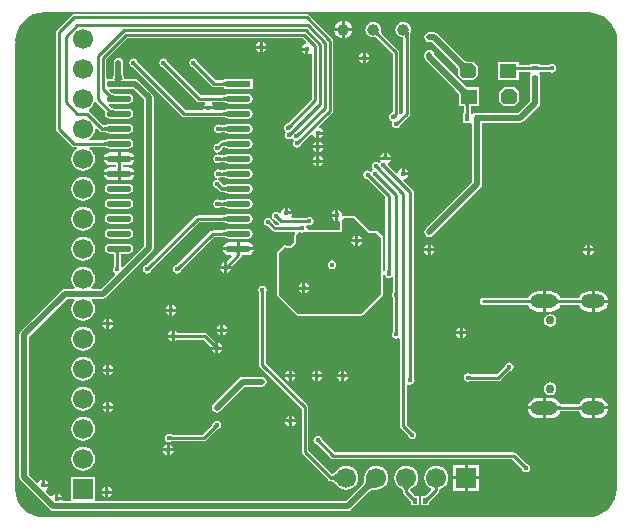
<source format=gbl>
G04*
G04 #@! TF.GenerationSoftware,Altium Limited,Altium Designer,18.1.9 (240)*
G04*
G04 Layer_Physical_Order=2*
G04 Layer_Color=16711680*
%FSLAX25Y25*%
%MOIN*%
G70*
G01*
G75*
%ADD11C,0.01000*%
%ADD14C,0.02000*%
%ADD21R,0.01968X0.01575*%
%ADD22R,0.05500X0.05000*%
G04:AMPARAMS|DCode=23|XSize=55mil|YSize=50mil|CornerRadius=0mil|HoleSize=0mil|Usage=FLASHONLY|Rotation=180.000|XOffset=0mil|YOffset=0mil|HoleType=Round|Shape=Octagon|*
%AMOCTAGOND23*
4,1,8,-0.02750,0.01250,-0.02750,-0.01250,-0.01500,-0.02500,0.01500,-0.02500,0.02750,-0.01250,0.02750,0.01250,0.01500,0.02500,-0.01500,0.02500,-0.02750,0.01250,0.0*
%
%ADD23OCTAGOND23*%

%ADD25R,0.01575X0.01968*%
%ADD93R,0.06693X0.06693*%
%ADD94C,0.06693*%
%ADD95O,0.09055X0.04724*%
%ADD96O,0.07874X0.04724*%
%ADD97C,0.02953*%
%ADD98R,0.06693X0.06693*%
%ADD99C,0.01600*%
%ADD100O,0.08268X0.02165*%
%ADD101R,0.08268X0.02165*%
%ADD102C,0.03937*%
G36*
X-87444Y-45149D02*
X-87078Y-45222D01*
X93062Y-45222D01*
X93062Y-45222D01*
X93035Y-45222D01*
X93202Y-45239D01*
X93415Y-45267D01*
X93560Y-45287D01*
X94052Y-45248D01*
X95864Y-45427D01*
X97657Y-45971D01*
X99309Y-46854D01*
X100758Y-48042D01*
X101946Y-49491D01*
X102829Y-51143D01*
X103373Y-52936D01*
X103557Y-54800D01*
X103551Y-54856D01*
X103478Y-55222D01*
X103478Y-202962D01*
X103478Y-202962D01*
X103478Y-202935D01*
X103461Y-203102D01*
X103433Y-203315D01*
X103413Y-203460D01*
X103452Y-203952D01*
X103273Y-205764D01*
X102729Y-207557D01*
X101846Y-209209D01*
X100658Y-210658D01*
X99209Y-211846D01*
X97557Y-212729D01*
X95764Y-213273D01*
X94020Y-213445D01*
X93523Y-213420D01*
X93334Y-213443D01*
X93173Y-213461D01*
X93004Y-213478D01*
X-87107Y-213478D01*
X-87402Y-213537D01*
X-87600Y-213557D01*
X-89464Y-213373D01*
X-91257Y-212829D01*
X-92909Y-211946D01*
X-94358Y-210758D01*
X-95546Y-209309D01*
X-96429Y-207657D01*
X-96973Y-205864D01*
X-97145Y-204120D01*
X-97119Y-203623D01*
X-97143Y-203434D01*
X-97162Y-203273D01*
X-97178Y-203104D01*
X-97179Y-55720D01*
X-97113Y-55622D01*
X-97104Y-55577D01*
X-97013Y-55141D01*
X-97013Y-55140D01*
X-97052Y-54648D01*
X-96873Y-52836D01*
X-96329Y-51043D01*
X-95446Y-49391D01*
X-94258Y-47942D01*
X-92809Y-46754D01*
X-91157Y-45871D01*
X-89364Y-45327D01*
X-87500Y-45143D01*
X-87444Y-45149D01*
D02*
G37*
%LPC*%
G36*
X-12Y-45778D02*
X-12Y-45778D01*
X-77400D01*
X-77400Y-45778D01*
X-77829Y-45864D01*
X-78193Y-46107D01*
X-78193Y-46107D01*
X-83193Y-51107D01*
X-83436Y-51471D01*
X-83522Y-51900D01*
X-83522Y-51900D01*
Y-84000D01*
X-83522Y-84000D01*
X-83436Y-84429D01*
X-83193Y-84793D01*
X-78206Y-89780D01*
X-77843Y-90023D01*
X-77413Y-90108D01*
X-77413Y-90108D01*
X-76699D01*
X-76591Y-90338D01*
X-76562Y-90608D01*
X-77315Y-91185D01*
X-77947Y-92010D01*
X-78345Y-92970D01*
X-78480Y-94000D01*
X-78345Y-95030D01*
X-77947Y-95990D01*
X-77315Y-96815D01*
X-76490Y-97447D01*
X-75530Y-97845D01*
X-74500Y-97980D01*
X-73470Y-97845D01*
X-72510Y-97447D01*
X-71685Y-96815D01*
X-71053Y-95990D01*
X-70655Y-95030D01*
X-70520Y-94000D01*
X-70655Y-92970D01*
X-71053Y-92010D01*
X-71685Y-91185D01*
X-72438Y-90608D01*
X-72409Y-90338D01*
X-72301Y-90108D01*
X-67564D01*
X-67502Y-90136D01*
X-67353Y-90140D01*
X-67230Y-90150D01*
X-67113Y-90166D01*
X-67004Y-90188D01*
X-66901Y-90216D01*
X-66805Y-90250D01*
X-66714Y-90288D01*
X-66628Y-90332D01*
X-66547Y-90382D01*
X-66450Y-90451D01*
X-66329Y-90479D01*
X-66190Y-90572D01*
X-65533Y-90702D01*
X-59431D01*
X-58774Y-90572D01*
X-58218Y-90200D01*
X-57846Y-89643D01*
X-57715Y-88987D01*
X-57846Y-88330D01*
X-58218Y-87774D01*
X-58774Y-87402D01*
X-59431Y-87271D01*
X-65533D01*
X-66190Y-87402D01*
X-66329Y-87494D01*
X-66450Y-87522D01*
X-66547Y-87591D01*
X-66628Y-87641D01*
X-66714Y-87685D01*
X-66805Y-87724D01*
X-66901Y-87757D01*
X-67004Y-87785D01*
X-67113Y-87807D01*
X-67230Y-87823D01*
X-67353Y-87833D01*
X-67502Y-87837D01*
X-67564Y-87865D01*
X-72274D01*
X-72292Y-87834D01*
X-72403Y-87365D01*
X-71685Y-86815D01*
X-71053Y-85990D01*
X-70655Y-85030D01*
X-70520Y-84000D01*
X-70527Y-83940D01*
X-70079Y-83719D01*
X-69018Y-84780D01*
X-68654Y-85023D01*
X-68225Y-85108D01*
X-68225Y-85108D01*
X-67564D01*
X-67502Y-85136D01*
X-67353Y-85140D01*
X-67230Y-85150D01*
X-67113Y-85166D01*
X-67004Y-85188D01*
X-66901Y-85216D01*
X-66805Y-85250D01*
X-66714Y-85288D01*
X-66628Y-85332D01*
X-66547Y-85382D01*
X-66449Y-85451D01*
X-66329Y-85479D01*
X-66190Y-85572D01*
X-65533Y-85702D01*
X-59431D01*
X-58774Y-85572D01*
X-58218Y-85200D01*
X-57846Y-84643D01*
X-57715Y-83987D01*
X-57846Y-83330D01*
X-58218Y-82774D01*
X-58774Y-82402D01*
X-59431Y-82271D01*
X-65533D01*
X-66190Y-82402D01*
X-66329Y-82494D01*
X-66449Y-82522D01*
X-66546Y-82591D01*
X-66628Y-82641D01*
X-66714Y-82685D01*
X-66805Y-82724D01*
X-66901Y-82757D01*
X-67004Y-82785D01*
X-67113Y-82807D01*
X-67230Y-82823D01*
X-67353Y-82833D01*
X-67502Y-82837D01*
X-67564Y-82865D01*
X-67761D01*
X-72419Y-78207D01*
X-72655Y-78049D01*
X-72670Y-77594D01*
X-72642Y-77502D01*
X-72510Y-77447D01*
X-71685Y-76815D01*
X-71053Y-75990D01*
X-70734Y-75220D01*
X-70612Y-75153D01*
X-70262Y-75092D01*
X-70166Y-75107D01*
X-67426Y-77847D01*
X-67401Y-77911D01*
X-67086Y-78280D01*
X-67086Y-78283D01*
X-67118Y-78330D01*
X-67249Y-78987D01*
X-67118Y-79643D01*
X-66746Y-80200D01*
X-66190Y-80572D01*
X-65533Y-80702D01*
X-59431D01*
X-58774Y-80572D01*
X-58218Y-80200D01*
X-57846Y-79643D01*
X-57715Y-78987D01*
X-57846Y-78330D01*
X-58218Y-77773D01*
X-58774Y-77402D01*
X-59431Y-77271D01*
X-64623D01*
X-64691Y-77241D01*
X-64786Y-77187D01*
X-64891Y-77116D01*
X-65174Y-76881D01*
X-65330Y-76731D01*
X-65394Y-76706D01*
X-65434Y-76650D01*
X-65454Y-76647D01*
X-65977Y-76124D01*
X-65730Y-75663D01*
X-65533Y-75702D01*
X-59431D01*
X-58774Y-75572D01*
X-58218Y-75200D01*
X-57846Y-74643D01*
X-57715Y-73987D01*
X-57846Y-73330D01*
X-58218Y-72773D01*
X-58774Y-72402D01*
X-59431Y-72271D01*
X-64508D01*
X-64524Y-72266D01*
X-64600Y-72232D01*
X-64695Y-72178D01*
X-64799Y-72108D01*
X-65078Y-71877D01*
X-65230Y-71731D01*
X-65281Y-71711D01*
X-65311Y-71665D01*
X-65342Y-71659D01*
X-65852Y-71149D01*
X-65606Y-70688D01*
X-65533Y-70702D01*
X-59431D01*
X-59007Y-70618D01*
X-57876D01*
X-54231Y-74262D01*
Y-96687D01*
Y-123105D01*
X-61336Y-130210D01*
X-61917Y-130115D01*
X-61934Y-130101D01*
X-61950Y-129850D01*
X-61950Y-129778D01*
X-61978Y-129712D01*
Y-126146D01*
X-61951Y-126083D01*
X-61946Y-125911D01*
X-61935Y-125783D01*
X-61922Y-125702D01*
X-59431D01*
X-58774Y-125572D01*
X-58218Y-125200D01*
X-57846Y-124643D01*
X-57715Y-123987D01*
X-57846Y-123330D01*
X-58218Y-122774D01*
X-58774Y-122402D01*
X-59431Y-122271D01*
X-65533D01*
X-66190Y-122402D01*
X-66746Y-122774D01*
X-67118Y-123330D01*
X-67249Y-123987D01*
X-67118Y-124643D01*
X-66746Y-125200D01*
X-66190Y-125572D01*
X-65533Y-125702D01*
X-64278D01*
X-64265Y-125783D01*
X-64254Y-125911D01*
X-64249Y-126083D01*
X-64222Y-126146D01*
Y-129705D01*
X-64249Y-129768D01*
X-64254Y-129997D01*
X-64261Y-130084D01*
X-64263Y-130096D01*
X-64264Y-130102D01*
X-64264Y-130104D01*
X-64265Y-130111D01*
X-64419Y-130340D01*
X-64527Y-130887D01*
X-64419Y-131433D01*
X-64109Y-131896D01*
X-63882Y-132048D01*
X-63777Y-132650D01*
X-68495Y-137369D01*
X-71630D01*
X-71790Y-136895D01*
X-71685Y-136815D01*
X-71053Y-135990D01*
X-70655Y-135030D01*
X-70520Y-134000D01*
X-70655Y-132970D01*
X-71053Y-132010D01*
X-71685Y-131185D01*
X-72510Y-130553D01*
X-73470Y-130155D01*
X-74500Y-130019D01*
X-75530Y-130155D01*
X-76490Y-130553D01*
X-77315Y-131185D01*
X-77947Y-132010D01*
X-78345Y-132970D01*
X-78480Y-134000D01*
X-78345Y-135030D01*
X-77947Y-135990D01*
X-77315Y-136815D01*
X-77210Y-136895D01*
X-77370Y-137369D01*
X-80500D01*
X-81124Y-137493D01*
X-81653Y-137847D01*
X-95253Y-151446D01*
X-95607Y-151976D01*
X-95731Y-152600D01*
Y-200100D01*
X-95607Y-200724D01*
X-95253Y-201254D01*
X-85553Y-210953D01*
X-85024Y-211307D01*
X-84400Y-211431D01*
X13700D01*
X14324Y-211307D01*
X14853Y-210953D01*
X20628Y-205178D01*
X20667Y-205165D01*
X20865Y-204984D01*
X21054Y-204840D01*
X21257Y-204714D01*
X21475Y-204603D01*
X21709Y-204509D01*
X21961Y-204432D01*
X22232Y-204371D01*
X22522Y-204327D01*
X22831Y-204302D01*
X23179Y-204296D01*
X23219Y-204278D01*
X24230Y-204145D01*
X25190Y-203747D01*
X26015Y-203115D01*
X26647Y-202290D01*
X27045Y-201330D01*
X27180Y-200300D01*
X27045Y-199270D01*
X26647Y-198310D01*
X26015Y-197485D01*
X25190Y-196853D01*
X24230Y-196455D01*
X23200Y-196319D01*
X22170Y-196455D01*
X21210Y-196853D01*
X20385Y-197485D01*
X19753Y-198310D01*
X19355Y-199270D01*
X19222Y-200281D01*
X19204Y-200321D01*
X19198Y-200669D01*
X19173Y-200978D01*
X19129Y-201268D01*
X19069Y-201538D01*
X18991Y-201791D01*
X18897Y-202025D01*
X18786Y-202243D01*
X18660Y-202446D01*
X18516Y-202635D01*
X18336Y-202833D01*
X18322Y-202871D01*
X13024Y-208169D01*
X-70146D01*
X-70553Y-207946D01*
X-70553Y-207669D01*
Y-200054D01*
X-78447D01*
Y-207669D01*
X-78447Y-207946D01*
X-78854Y-208169D01*
X-81108D01*
X-81328Y-207900D01*
X-83300D01*
Y-207400D01*
X-83800D01*
Y-205664D01*
X-84002Y-205704D01*
X-84598Y-206102D01*
X-84792Y-206394D01*
X-85422Y-206471D01*
X-86955Y-204938D01*
X-86853Y-204332D01*
X-86502Y-204098D01*
X-86104Y-203502D01*
X-86064Y-203300D01*
X-87800D01*
Y-202800D01*
X-88300D01*
Y-201064D01*
X-88502Y-201104D01*
X-89098Y-201502D01*
X-89332Y-201853D01*
X-89938Y-201955D01*
X-92469Y-199424D01*
Y-153276D01*
X-79824Y-140631D01*
X-77370D01*
X-77210Y-141105D01*
X-77315Y-141185D01*
X-77947Y-142010D01*
X-78345Y-142970D01*
X-78480Y-144000D01*
X-78345Y-145030D01*
X-77947Y-145990D01*
X-77315Y-146815D01*
X-76490Y-147447D01*
X-75530Y-147845D01*
X-74500Y-147980D01*
X-73470Y-147845D01*
X-72510Y-147447D01*
X-71685Y-146815D01*
X-71053Y-145990D01*
X-70655Y-145030D01*
X-70520Y-144000D01*
X-70655Y-142970D01*
X-71053Y-142010D01*
X-71685Y-141185D01*
X-71790Y-141105D01*
X-71630Y-140631D01*
X-67819D01*
X-67195Y-140507D01*
X-66666Y-140154D01*
X-51446Y-124934D01*
X-51093Y-124405D01*
X-50969Y-123781D01*
Y-96687D01*
Y-73587D01*
X-51093Y-72962D01*
X-51446Y-72433D01*
X-56046Y-67833D01*
X-56576Y-67479D01*
X-57200Y-67355D01*
X-59007D01*
X-59431Y-67271D01*
X-60650D01*
X-60745Y-67261D01*
X-60766Y-67254D01*
X-60785Y-67241D01*
X-60819Y-67204D01*
X-60868Y-67123D01*
X-60923Y-66987D01*
X-60975Y-66795D01*
X-61015Y-66549D01*
X-61041Y-66252D01*
X-61051Y-65890D01*
X-61069Y-65850D01*
Y-61987D01*
X-61193Y-61362D01*
X-61546Y-60833D01*
X-62076Y-60479D01*
X-62700Y-60355D01*
X-63324Y-60479D01*
X-63854Y-60833D01*
X-64207Y-61362D01*
X-64331Y-61987D01*
Y-65850D01*
X-64349Y-65890D01*
X-64359Y-66252D01*
X-64385Y-66549D01*
X-64425Y-66796D01*
X-64477Y-66987D01*
X-64532Y-67123D01*
X-64581Y-67204D01*
X-64615Y-67241D01*
X-64634Y-67254D01*
X-64655Y-67261D01*
X-64750Y-67271D01*
X-65533D01*
X-66190Y-67402D01*
X-66278Y-67461D01*
X-66778Y-67194D01*
Y-60965D01*
X-59735Y-53922D01*
X-1365D01*
X-92Y-55194D01*
X-256Y-55737D01*
X-597Y-55804D01*
X-1192Y-56202D01*
X-1590Y-56798D01*
X-1630Y-57000D01*
X106D01*
Y-57500D01*
X605D01*
Y-59236D01*
X808Y-59196D01*
X1278Y-58881D01*
X1778Y-59068D01*
Y-74108D01*
X-6154Y-82040D01*
X-6218Y-82065D01*
X-6384Y-82224D01*
X-6450Y-82281D01*
X-6460Y-82288D01*
X-6465Y-82291D01*
X-6466Y-82292D01*
X-6472Y-82296D01*
X-6743Y-82350D01*
X-7206Y-82660D01*
X-7515Y-83123D01*
X-7624Y-83669D01*
X-7515Y-84215D01*
X-7206Y-84678D01*
X-7159Y-84710D01*
X-6900Y-85138D01*
X-7039Y-85346D01*
X-7210Y-85601D01*
X-7318Y-86147D01*
X-7210Y-86694D01*
X-6900Y-87157D01*
X-6437Y-87466D01*
X-5891Y-87575D01*
X-5345Y-87466D01*
X-4882Y-87157D01*
X-4453Y-87416D01*
X-4422Y-87462D01*
X-4375Y-87493D01*
X-4116Y-87922D01*
X-4255Y-88129D01*
X-4426Y-88385D01*
X-4534Y-88931D01*
X-4426Y-89477D01*
X-4116Y-89941D01*
X-3653Y-90250D01*
X-3107Y-90359D01*
X-2561Y-90250D01*
X-2098Y-89941D01*
X-1788Y-89477D01*
X-1710Y-89083D01*
X-1573Y-88927D01*
X-1523Y-88876D01*
X-1510Y-88843D01*
X-1479Y-88826D01*
X-1465Y-88779D01*
X1514Y-85799D01*
X2057Y-85964D01*
X2104Y-86202D01*
X2502Y-86798D01*
X3098Y-87196D01*
X3300Y-87236D01*
Y-85500D01*
X3800D01*
Y-85000D01*
X5536D01*
X5496Y-84798D01*
X5098Y-84202D01*
X4502Y-83804D01*
X4264Y-83757D01*
X4099Y-83214D01*
X8493Y-78820D01*
X8736Y-78456D01*
X8822Y-78027D01*
X8822Y-78027D01*
Y-54612D01*
X8736Y-54183D01*
X8493Y-53819D01*
X8493Y-53819D01*
X781Y-46107D01*
X417Y-45864D01*
X-12Y-45778D01*
D02*
G37*
G36*
X12706Y-48072D02*
Y-50500D01*
X15134D01*
X15098Y-50225D01*
X14799Y-49503D01*
X14323Y-48883D01*
X13703Y-48407D01*
X12981Y-48108D01*
X12706Y-48072D01*
D02*
G37*
G36*
X11706D02*
X11431Y-48108D01*
X10709Y-48407D01*
X10089Y-48883D01*
X9613Y-49503D01*
X9314Y-50225D01*
X9278Y-50500D01*
X11706D01*
Y-48072D01*
D02*
G37*
G36*
X15134Y-51500D02*
X12706D01*
Y-53928D01*
X12981Y-53892D01*
X13703Y-53593D01*
X14323Y-53117D01*
X14799Y-52497D01*
X15098Y-51775D01*
X15134Y-51500D01*
D02*
G37*
G36*
X11706D02*
X9278D01*
X9314Y-51775D01*
X9613Y-52497D01*
X10089Y-53117D01*
X10709Y-53593D01*
X11431Y-53892D01*
X11706Y-53928D01*
Y-51500D01*
D02*
G37*
G36*
X-14600Y-55064D02*
Y-56300D01*
X-13364D01*
X-13404Y-56098D01*
X-13802Y-55502D01*
X-14398Y-55104D01*
X-14600Y-55064D01*
D02*
G37*
G36*
X-15600D02*
X-15802Y-55104D01*
X-16398Y-55502D01*
X-16796Y-56098D01*
X-16836Y-56300D01*
X-15600D01*
Y-55064D01*
D02*
G37*
G36*
X-13364Y-57300D02*
X-14600D01*
Y-58536D01*
X-14398Y-58496D01*
X-13802Y-58098D01*
X-13404Y-57502D01*
X-13364Y-57300D01*
D02*
G37*
G36*
X-15600D02*
X-16836D01*
X-16796Y-57502D01*
X-16398Y-58098D01*
X-15802Y-58496D01*
X-15600Y-58536D01*
Y-57300D01*
D02*
G37*
G36*
X-395Y-58000D02*
X-1630D01*
X-1590Y-58202D01*
X-1192Y-58798D01*
X-597Y-59196D01*
X-395Y-59236D01*
Y-58000D01*
D02*
G37*
G36*
X19705Y-58769D02*
Y-60005D01*
X20941D01*
X20901Y-59803D01*
X20503Y-59207D01*
X19907Y-58810D01*
X19705Y-58769D01*
D02*
G37*
G36*
X18705D02*
X18503Y-58810D01*
X17907Y-59207D01*
X17510Y-59803D01*
X17469Y-60005D01*
X18705D01*
Y-58769D01*
D02*
G37*
G36*
X20941Y-61005D02*
X19705D01*
Y-62241D01*
X19907Y-62201D01*
X20503Y-61803D01*
X20901Y-61207D01*
X20941Y-61005D01*
D02*
G37*
G36*
X18705D02*
X17469D01*
X17510Y-61207D01*
X17907Y-61803D01*
X18503Y-62201D01*
X18705Y-62241D01*
Y-61005D01*
D02*
G37*
G36*
X40825Y-57766D02*
X40201Y-57890D01*
X39672Y-58243D01*
X39318Y-58773D01*
X39194Y-59397D01*
Y-60025D01*
X39318Y-60650D01*
X39672Y-61179D01*
X49412Y-70919D01*
X49416Y-70934D01*
X49448Y-70955D01*
X49458Y-70965D01*
X49472Y-71004D01*
X50214Y-71801D01*
X50477Y-72127D01*
X50679Y-72415D01*
X50750Y-72538D01*
Y-73289D01*
X50727Y-73333D01*
X50744Y-73386D01*
X50726Y-73439D01*
X50750Y-73486D01*
Y-76400D01*
X52340D01*
X52345Y-76416D01*
X52360Y-76510D01*
X52371Y-76635D01*
X52376Y-76805D01*
X52403Y-76867D01*
Y-78346D01*
X52376Y-78408D01*
X52365Y-78748D01*
X52359Y-78815D01*
X52138D01*
Y-79337D01*
X52100Y-79427D01*
X52125Y-79487D01*
X52112Y-79549D01*
X52138Y-79589D01*
Y-81984D01*
X54740D01*
X54912Y-81984D01*
X55240Y-82348D01*
Y-101730D01*
X39672Y-117298D01*
X39318Y-117828D01*
X39194Y-118452D01*
X39318Y-119076D01*
X39672Y-119606D01*
X40201Y-119959D01*
X40825Y-120083D01*
X41449Y-119959D01*
X41979Y-119606D01*
X58025Y-103559D01*
X58378Y-103030D01*
X58503Y-102406D01*
Y-82031D01*
X71200D01*
X71825Y-81907D01*
X72354Y-81553D01*
X77354Y-76553D01*
X77707Y-76024D01*
X77831Y-75400D01*
X77831Y-75400D01*
Y-67247D01*
X77784Y-67010D01*
Y-65859D01*
X77373D01*
X77343Y-65842D01*
X77303Y-65721D01*
X77558Y-65287D01*
X77784D01*
Y-65067D01*
X78009Y-65052D01*
X78182Y-65049D01*
X78246Y-65022D01*
X80618D01*
X80681Y-65049D01*
X80910Y-65054D01*
X80998Y-65061D01*
X81009Y-65063D01*
X81015Y-65064D01*
X81017Y-65064D01*
X81024Y-65065D01*
X81254Y-65219D01*
X81800Y-65327D01*
X82346Y-65219D01*
X82809Y-64909D01*
X83119Y-64446D01*
X83227Y-63900D01*
X83119Y-63354D01*
X82809Y-62891D01*
X82346Y-62581D01*
X81800Y-62473D01*
X81254Y-62581D01*
X81026Y-62733D01*
X80764Y-62750D01*
X80691Y-62751D01*
X80625Y-62778D01*
X78253D01*
X78192Y-62751D01*
X77852Y-62740D01*
X77784Y-62734D01*
Y-62513D01*
X77263D01*
X77172Y-62475D01*
X77113Y-62500D01*
X77050Y-62487D01*
X77011Y-62513D01*
X75389D01*
X75350Y-62487D01*
X75287Y-62500D01*
X75228Y-62475D01*
X75137Y-62513D01*
X74616D01*
Y-62733D01*
X74391Y-62748D01*
X74218Y-62751D01*
X74154Y-62778D01*
X71117D01*
X71055Y-62751D01*
X70882Y-62746D01*
X70755Y-62735D01*
X70658Y-62719D01*
X70650Y-62717D01*
Y-61700D01*
X63950D01*
Y-67900D01*
X70650D01*
Y-65083D01*
X70658Y-65081D01*
X70755Y-65065D01*
X70882Y-65054D01*
X71055Y-65049D01*
X71117Y-65022D01*
X74147D01*
X74208Y-65049D01*
X74548Y-65060D01*
X74616Y-65066D01*
Y-65287D01*
X74841D01*
X75097Y-65721D01*
X75057Y-65842D01*
X75027Y-65859D01*
X74616D01*
Y-67010D01*
X74569Y-67247D01*
Y-74724D01*
X70525Y-78768D01*
X56871D01*
X56634Y-78815D01*
X55484D01*
Y-79226D01*
X55467Y-79256D01*
X55346Y-79296D01*
X54912Y-79041D01*
Y-78815D01*
X54692D01*
X54677Y-78590D01*
X54674Y-78418D01*
X54646Y-78354D01*
Y-76867D01*
X54674Y-76805D01*
X54679Y-76635D01*
X54690Y-76510D01*
X54705Y-76416D01*
X54710Y-76400D01*
X57450D01*
Y-70200D01*
X54604D01*
X54594Y-70193D01*
X54549Y-70200D01*
X54542D01*
X54498Y-70177D01*
X54425Y-70200D01*
X53634D01*
X53403Y-70068D01*
X53130Y-69878D01*
X52447Y-69301D01*
X52063Y-68930D01*
X52021Y-68914D01*
X42445Y-59338D01*
X42332Y-58773D01*
X41979Y-58243D01*
X41449Y-57890D01*
X40825Y-57766D01*
D02*
G37*
G36*
X42491Y-51860D02*
X40825D01*
X40201Y-51984D01*
X39672Y-52338D01*
X39318Y-52867D01*
X39194Y-53491D01*
X39318Y-54116D01*
X39672Y-54645D01*
X40201Y-54998D01*
X40825Y-55123D01*
X41816D01*
X49161Y-62468D01*
X49166Y-62489D01*
X49199Y-62508D01*
X49212Y-62544D01*
X49939Y-63326D01*
X50195Y-63645D01*
X50392Y-63927D01*
X50450Y-64029D01*
Y-64789D01*
X50427Y-64833D01*
X50444Y-64885D01*
X50426Y-64938D01*
X50450Y-64985D01*
Y-66350D01*
X52000Y-67900D01*
X55600D01*
X57150Y-66350D01*
Y-63250D01*
X55600Y-61700D01*
X54304D01*
X54294Y-61693D01*
X54249Y-61700D01*
X54242D01*
X54198Y-61677D01*
X54125Y-61700D01*
X53334D01*
X53103Y-61568D01*
X52830Y-61378D01*
X52148Y-60802D01*
X51763Y-60430D01*
X51721Y-60414D01*
X43645Y-52338D01*
X43116Y-51984D01*
X42491Y-51860D01*
D02*
G37*
G36*
X-37700Y-60559D02*
X-38246Y-60668D01*
X-38709Y-60977D01*
X-39019Y-61440D01*
X-39127Y-61987D01*
X-39019Y-62533D01*
X-38709Y-62996D01*
X-38246Y-63305D01*
X-37978Y-63359D01*
X-37780Y-63533D01*
X-37729Y-63583D01*
X-37662Y-63610D01*
X-31493Y-69780D01*
X-31493Y-69780D01*
X-31129Y-70023D01*
X-30700Y-70108D01*
X-27919D01*
X-27857Y-70136D01*
X-27684Y-70140D01*
X-27557Y-70152D01*
X-27460Y-70167D01*
X-27452Y-70170D01*
Y-70669D01*
X-17984D01*
Y-67304D01*
X-27452D01*
Y-67804D01*
X-27460Y-67806D01*
X-27557Y-67822D01*
X-27684Y-67833D01*
X-27857Y-67837D01*
X-27919Y-67865D01*
X-30235D01*
X-36071Y-62029D01*
X-36096Y-61965D01*
X-36255Y-61799D01*
X-36312Y-61733D01*
X-36319Y-61724D01*
X-36322Y-61718D01*
X-36323Y-61717D01*
X-36327Y-61711D01*
X-36381Y-61440D01*
X-36691Y-60977D01*
X-37154Y-60668D01*
X-37700Y-60559D01*
D02*
G37*
G36*
X-47700D02*
X-48246Y-60668D01*
X-48709Y-60977D01*
X-49019Y-61440D01*
X-49127Y-61987D01*
X-49019Y-62533D01*
X-48709Y-62996D01*
X-48246Y-63305D01*
X-47978Y-63359D01*
X-47780Y-63533D01*
X-47729Y-63583D01*
X-47662Y-63610D01*
X-36493Y-74780D01*
X-36493Y-74780D01*
X-36129Y-75023D01*
X-35700Y-75108D01*
X-34029D01*
X-33877Y-75608D01*
X-33998Y-75689D01*
X-34396Y-76284D01*
X-34436Y-76487D01*
X-30964D01*
X-31005Y-76284D01*
X-31402Y-75689D01*
X-31523Y-75608D01*
X-31371Y-75108D01*
X-27800D01*
X-27738Y-75136D01*
X-27590Y-75140D01*
X-27466Y-75150D01*
X-27349Y-75166D01*
X-27240Y-75188D01*
X-27137Y-75216D01*
X-27041Y-75250D01*
X-26950Y-75288D01*
X-26864Y-75332D01*
X-26783Y-75382D01*
X-26686Y-75451D01*
X-26565Y-75479D01*
X-26426Y-75572D01*
X-25769Y-75702D01*
X-19667D01*
X-19010Y-75572D01*
X-18454Y-75200D01*
X-18082Y-74643D01*
X-17951Y-73987D01*
X-18082Y-73330D01*
X-18454Y-72773D01*
X-19010Y-72402D01*
X-19667Y-72271D01*
X-25769D01*
X-26426Y-72402D01*
X-26565Y-72495D01*
X-26686Y-72522D01*
X-26783Y-72591D01*
X-26864Y-72641D01*
X-26950Y-72685D01*
X-27041Y-72724D01*
X-27137Y-72757D01*
X-27240Y-72785D01*
X-27349Y-72807D01*
X-27466Y-72824D01*
X-27590Y-72834D01*
X-27738Y-72837D01*
X-27800Y-72865D01*
X-35235D01*
X-46071Y-62029D01*
X-46096Y-61965D01*
X-46255Y-61799D01*
X-46312Y-61733D01*
X-46319Y-61724D01*
X-46322Y-61718D01*
X-46323Y-61717D01*
X-46327Y-61711D01*
X-46381Y-61440D01*
X-46691Y-60977D01*
X-47154Y-60668D01*
X-47700Y-60559D01*
D02*
G37*
G36*
X69400Y-70200D02*
X65800D01*
X64250Y-71750D01*
Y-74850D01*
X65800Y-76400D01*
X69400D01*
X70950Y-74850D01*
Y-71750D01*
X69400Y-70200D01*
D02*
G37*
G36*
X32206Y-48409D02*
X31536Y-48498D01*
X30911Y-48756D01*
X30374Y-49168D01*
X29963Y-49705D01*
X29704Y-50330D01*
X29616Y-51000D01*
X29704Y-51670D01*
X29963Y-52295D01*
X30374Y-52832D01*
X30911Y-53244D01*
X31536Y-53502D01*
X32206Y-53591D01*
X32278Y-54085D01*
Y-78535D01*
X31336Y-79478D01*
X30876Y-79231D01*
X30922Y-79000D01*
Y-58594D01*
X30922Y-58594D01*
X30836Y-58165D01*
X30593Y-57801D01*
X30593Y-57801D01*
X25109Y-52317D01*
X25085Y-52254D01*
X24978Y-52140D01*
X24901Y-52047D01*
X24840Y-51963D01*
X24796Y-51889D01*
X24766Y-51827D01*
X24748Y-51776D01*
X24739Y-51736D01*
X24737Y-51706D01*
X24738Y-51680D01*
X24751Y-51611D01*
X24738Y-51550D01*
X24762Y-51492D01*
X24739Y-51438D01*
X24797Y-51000D01*
X24709Y-50330D01*
X24450Y-49705D01*
X24038Y-49168D01*
X23502Y-48756D01*
X22877Y-48498D01*
X22206Y-48409D01*
X21536Y-48498D01*
X20911Y-48756D01*
X20374Y-49168D01*
X19963Y-49705D01*
X19704Y-50330D01*
X19616Y-51000D01*
X19704Y-51670D01*
X19963Y-52295D01*
X20374Y-52832D01*
X20911Y-53244D01*
X21536Y-53502D01*
X22206Y-53591D01*
X22644Y-53533D01*
X22698Y-53556D01*
X22756Y-53532D01*
X22817Y-53544D01*
X22886Y-53532D01*
X22912Y-53531D01*
X22942Y-53533D01*
X22982Y-53542D01*
X23033Y-53560D01*
X23096Y-53590D01*
X23169Y-53634D01*
X23254Y-53694D01*
X23346Y-53772D01*
X23460Y-53879D01*
X23523Y-53903D01*
X28678Y-59058D01*
Y-78492D01*
X28613Y-78555D01*
X28546Y-78612D01*
X28537Y-78619D01*
X28532Y-78622D01*
X28530Y-78623D01*
X28525Y-78627D01*
X28254Y-78681D01*
X27791Y-78991D01*
X27481Y-79454D01*
X27373Y-80000D01*
X27481Y-80546D01*
X27791Y-81009D01*
X28254Y-81319D01*
X28387Y-81345D01*
X28617Y-81901D01*
X28581Y-81954D01*
X28473Y-82500D01*
X28581Y-83046D01*
X28891Y-83509D01*
X29354Y-83819D01*
X29900Y-83927D01*
X30446Y-83819D01*
X30909Y-83509D01*
X31219Y-83046D01*
X31272Y-82778D01*
X31446Y-82580D01*
X31497Y-82529D01*
X31524Y-82462D01*
X34193Y-79793D01*
X34193Y-79793D01*
X34436Y-79429D01*
X34522Y-79000D01*
X34522Y-79000D01*
Y-53637D01*
X34549Y-53571D01*
X34554Y-53027D01*
X34580Y-52402D01*
X34608Y-52122D01*
X34621Y-52038D01*
X34632Y-51989D01*
X34647Y-51943D01*
X34642Y-51882D01*
X34673Y-51828D01*
X34661Y-51784D01*
X34709Y-51670D01*
X34797Y-51000D01*
X34709Y-50330D01*
X34450Y-49705D01*
X34038Y-49168D01*
X33501Y-48756D01*
X32877Y-48498D01*
X32206Y-48409D01*
D02*
G37*
G36*
X-57700Y-60559D02*
X-58246Y-60668D01*
X-58709Y-60977D01*
X-59019Y-61440D01*
X-59127Y-61987D01*
X-59019Y-62533D01*
X-58709Y-62996D01*
X-58246Y-63305D01*
X-57978Y-63359D01*
X-57780Y-63533D01*
X-57729Y-63583D01*
X-57662Y-63610D01*
X-41493Y-79780D01*
X-41129Y-80023D01*
X-40700Y-80108D01*
X-40700Y-80108D01*
X-27800D01*
X-27738Y-80136D01*
X-27590Y-80140D01*
X-27466Y-80150D01*
X-27349Y-80166D01*
X-27240Y-80188D01*
X-27137Y-80216D01*
X-27041Y-80250D01*
X-26950Y-80288D01*
X-26864Y-80332D01*
X-26783Y-80382D01*
X-26686Y-80451D01*
X-26565Y-80479D01*
X-26426Y-80572D01*
X-25769Y-80702D01*
X-19667D01*
X-19010Y-80572D01*
X-18454Y-80200D01*
X-18082Y-79643D01*
X-17951Y-78987D01*
X-18082Y-78330D01*
X-18454Y-77773D01*
X-19010Y-77402D01*
X-19667Y-77271D01*
X-25769D01*
X-26426Y-77402D01*
X-26565Y-77495D01*
X-26686Y-77522D01*
X-26783Y-77591D01*
X-26864Y-77641D01*
X-26950Y-77685D01*
X-27041Y-77724D01*
X-27137Y-77757D01*
X-27240Y-77785D01*
X-27349Y-77807D01*
X-27466Y-77824D01*
X-27590Y-77833D01*
X-27738Y-77837D01*
X-27800Y-77865D01*
X-30567D01*
X-30849Y-77487D01*
X-34551D01*
X-34833Y-77865D01*
X-40235D01*
X-56071Y-62029D01*
X-56096Y-61965D01*
X-56255Y-61799D01*
X-56312Y-61733D01*
X-56319Y-61724D01*
X-56322Y-61718D01*
X-56323Y-61717D01*
X-56327Y-61711D01*
X-56381Y-61440D01*
X-56691Y-60977D01*
X-57154Y-60668D01*
X-57700Y-60559D01*
D02*
G37*
G36*
X-19667Y-82271D02*
X-25769D01*
X-26426Y-82402D01*
X-26565Y-82494D01*
X-26686Y-82522D01*
X-26783Y-82591D01*
X-26864Y-82641D01*
X-26950Y-82685D01*
X-27041Y-82724D01*
X-27137Y-82757D01*
X-27240Y-82785D01*
X-27349Y-82807D01*
X-27466Y-82823D01*
X-27590Y-82833D01*
X-27738Y-82837D01*
X-27800Y-82865D01*
X-28218D01*
X-28281Y-82837D01*
X-28510Y-82832D01*
X-28598Y-82826D01*
X-28609Y-82824D01*
X-28615Y-82822D01*
X-28617Y-82823D01*
X-28624Y-82821D01*
X-28854Y-82668D01*
X-29400Y-82559D01*
X-29946Y-82668D01*
X-30409Y-82977D01*
X-30719Y-83440D01*
X-30827Y-83987D01*
X-30719Y-84533D01*
X-30409Y-84996D01*
X-29946Y-85305D01*
X-29400Y-85414D01*
X-28854Y-85305D01*
X-28626Y-85153D01*
X-28363Y-85136D01*
X-28291Y-85136D01*
X-28225Y-85108D01*
X-27800D01*
X-27738Y-85136D01*
X-27590Y-85140D01*
X-27466Y-85150D01*
X-27349Y-85166D01*
X-27240Y-85188D01*
X-27137Y-85216D01*
X-27041Y-85250D01*
X-26950Y-85288D01*
X-26864Y-85332D01*
X-26783Y-85382D01*
X-26686Y-85451D01*
X-26565Y-85479D01*
X-26426Y-85572D01*
X-25769Y-85702D01*
X-19667D01*
X-19010Y-85572D01*
X-18454Y-85200D01*
X-18082Y-84643D01*
X-17951Y-83987D01*
X-18082Y-83330D01*
X-18454Y-82774D01*
X-19010Y-82402D01*
X-19667Y-82271D01*
D02*
G37*
G36*
X5536Y-86000D02*
X4300D01*
Y-87236D01*
X4502Y-87196D01*
X5098Y-86798D01*
X5496Y-86202D01*
X5536Y-86000D01*
D02*
G37*
G36*
X-19667Y-87271D02*
X-25769D01*
X-26426Y-87402D01*
X-26565Y-87494D01*
X-26686Y-87522D01*
X-26783Y-87591D01*
X-26864Y-87641D01*
X-26950Y-87685D01*
X-27041Y-87724D01*
X-27137Y-87757D01*
X-27240Y-87785D01*
X-27349Y-87807D01*
X-27466Y-87823D01*
X-27590Y-87833D01*
X-27738Y-87837D01*
X-27800Y-87865D01*
X-28100D01*
X-28100Y-87865D01*
X-28529Y-87950D01*
X-28893Y-88194D01*
X-28893Y-88194D01*
X-29658Y-88958D01*
X-29722Y-88983D01*
X-29887Y-89141D01*
X-29954Y-89198D01*
X-29963Y-89205D01*
X-29969Y-89209D01*
X-29970Y-89210D01*
X-29976Y-89214D01*
X-30246Y-89268D01*
X-30709Y-89577D01*
X-31019Y-90040D01*
X-31127Y-90587D01*
X-31019Y-91133D01*
X-30709Y-91596D01*
X-30246Y-91905D01*
X-29700Y-92014D01*
X-29154Y-91905D01*
X-28691Y-91596D01*
X-28381Y-91133D01*
X-28328Y-90864D01*
X-28154Y-90667D01*
X-28103Y-90615D01*
X-28076Y-90549D01*
X-27665Y-90138D01*
X-27590Y-90140D01*
X-27466Y-90150D01*
X-27349Y-90166D01*
X-27240Y-90188D01*
X-27137Y-90216D01*
X-27041Y-90250D01*
X-26950Y-90288D01*
X-26864Y-90332D01*
X-26783Y-90382D01*
X-26686Y-90451D01*
X-26565Y-90479D01*
X-26426Y-90572D01*
X-25769Y-90702D01*
X-19667D01*
X-19010Y-90572D01*
X-18454Y-90200D01*
X-18082Y-89643D01*
X-17951Y-88987D01*
X-18082Y-88330D01*
X-18454Y-87774D01*
X-19010Y-87402D01*
X-19667Y-87271D01*
D02*
G37*
G36*
X4300Y-88264D02*
Y-89500D01*
X5536D01*
X5496Y-89298D01*
X5098Y-88702D01*
X4502Y-88304D01*
X4300Y-88264D01*
D02*
G37*
G36*
X3300D02*
X3098Y-88304D01*
X2502Y-88702D01*
X2104Y-89298D01*
X2064Y-89500D01*
X3300D01*
Y-88264D01*
D02*
G37*
G36*
X5536Y-90500D02*
X4300D01*
Y-91736D01*
X4502Y-91696D01*
X5098Y-91298D01*
X5496Y-90702D01*
X5536Y-90500D01*
D02*
G37*
G36*
X3300D02*
X2064D01*
X2104Y-90702D01*
X2502Y-91298D01*
X3098Y-91696D01*
X3300Y-91736D01*
Y-90500D01*
D02*
G37*
G36*
X-19667Y-92271D02*
X-25769D01*
X-26426Y-92402D01*
X-26565Y-92494D01*
X-26686Y-92522D01*
X-26783Y-92591D01*
X-26864Y-92641D01*
X-26950Y-92685D01*
X-27041Y-92724D01*
X-27137Y-92757D01*
X-27240Y-92785D01*
X-27349Y-92807D01*
X-27466Y-92823D01*
X-27590Y-92834D01*
X-27738Y-92837D01*
X-27800Y-92865D01*
X-28518D01*
X-28581Y-92837D01*
X-28811Y-92832D01*
X-28898Y-92826D01*
X-28909Y-92824D01*
X-28915Y-92822D01*
X-28917Y-92822D01*
X-28924Y-92821D01*
X-29154Y-92668D01*
X-29700Y-92559D01*
X-30246Y-92668D01*
X-30709Y-92977D01*
X-31019Y-93440D01*
X-31127Y-93987D01*
X-31019Y-94533D01*
X-30709Y-94996D01*
X-30246Y-95305D01*
X-29700Y-95414D01*
X-29154Y-95305D01*
X-28926Y-95153D01*
X-28664Y-95136D01*
X-28591Y-95136D01*
X-28525Y-95108D01*
X-27800D01*
X-27738Y-95136D01*
X-27590Y-95140D01*
X-27466Y-95150D01*
X-27349Y-95166D01*
X-27240Y-95188D01*
X-27137Y-95216D01*
X-27041Y-95250D01*
X-26950Y-95288D01*
X-26864Y-95332D01*
X-26783Y-95382D01*
X-26686Y-95451D01*
X-26565Y-95479D01*
X-26426Y-95572D01*
X-25769Y-95702D01*
X-19667D01*
X-19010Y-95572D01*
X-18454Y-95200D01*
X-18082Y-94643D01*
X-17951Y-93987D01*
X-18082Y-93330D01*
X-18454Y-92773D01*
X-19010Y-92402D01*
X-19667Y-92271D01*
D02*
G37*
G36*
X26800Y-92064D02*
Y-93300D01*
X28036D01*
X27996Y-93098D01*
X27598Y-92502D01*
X27002Y-92104D01*
X26800Y-92064D01*
D02*
G37*
G36*
X25800D02*
X25598Y-92104D01*
X25002Y-92502D01*
X24604Y-93098D01*
X24564Y-93300D01*
X25800D01*
Y-92064D01*
D02*
G37*
G36*
X-59431Y-91863D02*
X-61982D01*
Y-93487D01*
X-57407D01*
X-57469Y-93174D01*
X-57929Y-92485D01*
X-58618Y-92025D01*
X-59431Y-91863D01*
D02*
G37*
G36*
X-62982D02*
X-65533D01*
X-66346Y-92025D01*
X-67035Y-92485D01*
X-67495Y-93174D01*
X-67557Y-93487D01*
X-62982D01*
Y-91863D01*
D02*
G37*
G36*
X4300Y-93064D02*
Y-94300D01*
X5536D01*
X5496Y-94098D01*
X5098Y-93502D01*
X4502Y-93104D01*
X4300Y-93064D01*
D02*
G37*
G36*
X3300D02*
X3098Y-93104D01*
X2502Y-93502D01*
X2104Y-94098D01*
X2064Y-94300D01*
X3300D01*
Y-93064D01*
D02*
G37*
G36*
X28036Y-94300D02*
X24564D01*
X24604Y-94502D01*
X24722Y-94678D01*
X24624Y-95168D01*
X24566Y-95207D01*
X24534Y-95255D01*
X24101Y-95507D01*
X23900Y-95372D01*
X23638Y-95197D01*
X23092Y-95089D01*
X22546Y-95197D01*
X22083Y-95507D01*
X21773Y-95970D01*
X21665Y-96516D01*
X21773Y-97062D01*
X21948Y-97324D01*
X22083Y-97526D01*
X21831Y-97958D01*
X21783Y-97991D01*
X21750Y-98039D01*
X21317Y-98291D01*
X21116Y-98156D01*
X20854Y-97981D01*
X20308Y-97873D01*
X19762Y-97981D01*
X19299Y-98291D01*
X18989Y-98754D01*
X18881Y-99300D01*
X18989Y-99846D01*
X19299Y-100309D01*
X19762Y-100619D01*
X20030Y-100672D01*
X20228Y-100846D01*
X20279Y-100897D01*
X20346Y-100924D01*
X26278Y-106857D01*
Y-131118D01*
X26251Y-131181D01*
X26246Y-131411D01*
X26239Y-131491D01*
X26216Y-131540D01*
X26049Y-131745D01*
X25549Y-131567D01*
Y-120300D01*
X25359Y-119841D01*
X23759Y-118241D01*
X23300Y-118051D01*
X22841Y-118241D01*
X22831Y-118251D01*
X21169D01*
X16159Y-113241D01*
X15700Y-113051D01*
X12500D01*
X12298Y-113134D01*
X12113Y-113040D01*
X11817Y-112811D01*
X11696Y-112198D01*
X11298Y-111602D01*
X10702Y-111204D01*
X10500Y-111164D01*
Y-112900D01*
Y-114636D01*
X10584Y-114619D01*
X10941Y-114848D01*
X11051Y-114964D01*
Y-117651D01*
X332D01*
X15Y-117264D01*
X27Y-117200D01*
X-81Y-116654D01*
X206Y-116184D01*
X354Y-116119D01*
X900Y-116227D01*
X1446Y-116119D01*
X1909Y-115809D01*
X2219Y-115346D01*
X2327Y-114800D01*
X2219Y-114254D01*
X1909Y-113791D01*
X1446Y-113481D01*
X900Y-113373D01*
X354Y-113481D01*
X126Y-113633D01*
X-137Y-113650D01*
X-209Y-113651D01*
X-275Y-113678D01*
X-4991D01*
X-5256Y-113178D01*
X-5004Y-112802D01*
X-4964Y-112600D01*
X-6700D01*
Y-112100D01*
X-7200D01*
Y-110364D01*
X-7402Y-110404D01*
X-7998Y-110802D01*
X-8396Y-111398D01*
X-8523Y-112040D01*
X-8705Y-112131D01*
X-9024Y-112190D01*
X-9091Y-112091D01*
X-9554Y-111781D01*
X-10100Y-111673D01*
X-10646Y-111781D01*
X-11109Y-112091D01*
X-11419Y-112554D01*
X-11527Y-113100D01*
X-11419Y-113646D01*
X-11109Y-114109D01*
X-10646Y-114419D01*
X-10378Y-114472D01*
X-10180Y-114646D01*
X-10129Y-114697D01*
X-10062Y-114724D01*
X-9208Y-115578D01*
X-9210Y-115641D01*
X-9367Y-116078D01*
X-10135D01*
X-11169Y-115045D01*
X-11195Y-114979D01*
X-11357Y-114813D01*
X-11446Y-114713D01*
X-11451Y-114705D01*
X-11481Y-114554D01*
X-11791Y-114091D01*
X-12254Y-113781D01*
X-12800Y-113673D01*
X-13346Y-113781D01*
X-13809Y-114091D01*
X-14119Y-114554D01*
X-14227Y-115100D01*
X-14119Y-115646D01*
X-13809Y-116109D01*
X-13346Y-116419D01*
X-12948Y-116498D01*
X-12793Y-116633D01*
X-12742Y-116683D01*
X-12708Y-116697D01*
X-12691Y-116729D01*
X-12644Y-116742D01*
X-11393Y-117993D01*
X-11029Y-118236D01*
X-10600Y-118322D01*
X-10600Y-118322D01*
X-3993D01*
X-3802Y-118783D01*
X-3959Y-118941D01*
X-4149Y-119400D01*
Y-121931D01*
X-5269Y-123051D01*
X-6431D01*
X-6541Y-122941D01*
X-6751Y-122854D01*
X-6955Y-122752D01*
X-6978Y-122760D01*
X-7000Y-122751D01*
X-7210Y-122838D01*
X-7426Y-122910D01*
X-9619Y-124817D01*
X-9625Y-124828D01*
X-9636Y-124832D01*
X-9735Y-125049D01*
X-9841Y-125262D01*
X-9837Y-125274D01*
X-9842Y-125285D01*
X-9849Y-125477D01*
X-9845Y-125489D01*
X-9849Y-125500D01*
Y-139300D01*
X-9659Y-139759D01*
X-3159Y-146259D01*
X-2700Y-146449D01*
X18300D01*
X18759Y-146259D01*
X18830Y-146089D01*
X25359Y-139559D01*
X25549Y-139100D01*
Y-132736D01*
X26049Y-132686D01*
X26081Y-132846D01*
X26391Y-133309D01*
X26854Y-133619D01*
X27400Y-133727D01*
X27946Y-133619D01*
X28278Y-133397D01*
X28713Y-133563D01*
X28778Y-133618D01*
Y-138218D01*
X28751Y-138281D01*
X28746Y-138511D01*
X28739Y-138598D01*
X28737Y-138609D01*
X28736Y-138615D01*
X28736Y-138617D01*
X28735Y-138624D01*
X28581Y-138854D01*
X28473Y-139400D01*
X28581Y-139946D01*
X28733Y-140174D01*
X28750Y-140437D01*
X28751Y-140509D01*
X28778Y-140575D01*
Y-151418D01*
X28751Y-151481D01*
X28746Y-151710D01*
X28739Y-151797D01*
X28737Y-151809D01*
X28736Y-151815D01*
X28736Y-151817D01*
X28735Y-151824D01*
X28581Y-152054D01*
X28473Y-152600D01*
X28581Y-153146D01*
X28891Y-153609D01*
X29354Y-153919D01*
X29900Y-154027D01*
X30446Y-153919D01*
X30678Y-153764D01*
X31178Y-154031D01*
Y-183100D01*
X31178Y-183100D01*
X31264Y-183529D01*
X31507Y-183893D01*
X33571Y-185958D01*
X33596Y-186022D01*
X33755Y-186187D01*
X33812Y-186254D01*
X33819Y-186263D01*
X33822Y-186268D01*
X33823Y-186270D01*
X33827Y-186275D01*
X33881Y-186546D01*
X34191Y-187009D01*
X34654Y-187319D01*
X35200Y-187427D01*
X35746Y-187319D01*
X36209Y-187009D01*
X36519Y-186546D01*
X36627Y-186000D01*
X36519Y-185454D01*
X36209Y-184991D01*
X35746Y-184681D01*
X35478Y-184628D01*
X35280Y-184454D01*
X35229Y-184403D01*
X35162Y-184376D01*
X33422Y-182635D01*
Y-169398D01*
X33922Y-169130D01*
X34054Y-169219D01*
X34600Y-169327D01*
X35146Y-169219D01*
X35609Y-168909D01*
X35919Y-168446D01*
X36027Y-167900D01*
X35919Y-167354D01*
X35767Y-167126D01*
X35750Y-166863D01*
X35749Y-166791D01*
X35722Y-166725D01*
Y-105240D01*
X35722Y-105240D01*
X35636Y-104811D01*
X35393Y-104447D01*
X35393Y-104447D01*
X32211Y-101265D01*
X32388Y-100736D01*
X32855Y-100643D01*
X33450Y-100245D01*
X33848Y-99650D01*
X33889Y-99447D01*
X32153D01*
Y-98947D01*
X31653D01*
Y-97211D01*
X31450Y-97252D01*
X30855Y-97650D01*
X30457Y-98245D01*
X30364Y-98712D01*
X29835Y-98889D01*
X27204Y-96259D01*
X27180Y-96194D01*
X27021Y-96029D01*
X27001Y-96006D01*
X27002Y-95726D01*
X27008Y-95687D01*
X27057Y-95459D01*
X27598Y-95098D01*
X27996Y-94502D01*
X28036Y-94300D01*
D02*
G37*
G36*
X5536Y-95300D02*
X4300D01*
Y-96536D01*
X4502Y-96496D01*
X5098Y-96098D01*
X5496Y-95502D01*
X5536Y-95300D01*
D02*
G37*
G36*
X3300D02*
X2064D01*
X2104Y-95502D01*
X2502Y-96098D01*
X3098Y-96496D01*
X3300Y-96536D01*
Y-95300D01*
D02*
G37*
G36*
X-19667Y-97271D02*
X-25769D01*
X-26426Y-97402D01*
X-26565Y-97495D01*
X-26686Y-97522D01*
X-26783Y-97591D01*
X-26864Y-97641D01*
X-26950Y-97685D01*
X-27041Y-97724D01*
X-27137Y-97757D01*
X-27240Y-97785D01*
X-27349Y-97807D01*
X-27466Y-97824D01*
X-27590Y-97834D01*
X-27738Y-97837D01*
X-27800Y-97865D01*
X-28318D01*
X-28381Y-97837D01*
X-28611Y-97832D01*
X-28697Y-97826D01*
X-28709Y-97824D01*
X-28715Y-97822D01*
X-28717Y-97822D01*
X-28724Y-97821D01*
X-28954Y-97668D01*
X-29500Y-97559D01*
X-30046Y-97668D01*
X-30509Y-97977D01*
X-30819Y-98440D01*
X-30927Y-98987D01*
X-30819Y-99533D01*
X-30509Y-99996D01*
X-30046Y-100305D01*
X-29715Y-100371D01*
X-29800Y-100859D01*
X-30346Y-100968D01*
X-30809Y-101277D01*
X-31119Y-101740D01*
X-31227Y-102287D01*
X-31119Y-102833D01*
X-30809Y-103296D01*
X-30346Y-103605D01*
X-30078Y-103659D01*
X-29880Y-103833D01*
X-29829Y-103884D01*
X-29762Y-103910D01*
X-28893Y-104780D01*
X-28893Y-104780D01*
X-28529Y-105023D01*
X-28100Y-105108D01*
X-27800D01*
X-27738Y-105136D01*
X-27590Y-105140D01*
X-27466Y-105150D01*
X-27349Y-105166D01*
X-27240Y-105188D01*
X-27137Y-105216D01*
X-27041Y-105250D01*
X-26950Y-105288D01*
X-26864Y-105332D01*
X-26783Y-105382D01*
X-26686Y-105451D01*
X-26565Y-105479D01*
X-26426Y-105572D01*
X-25769Y-105702D01*
X-19667D01*
X-19010Y-105572D01*
X-18454Y-105200D01*
X-18082Y-104643D01*
X-17951Y-103987D01*
X-18082Y-103330D01*
X-18454Y-102773D01*
X-19010Y-102402D01*
X-19667Y-102271D01*
X-25769D01*
X-26426Y-102402D01*
X-26565Y-102495D01*
X-26686Y-102522D01*
X-26783Y-102591D01*
X-26864Y-102641D01*
X-26950Y-102685D01*
X-27041Y-102724D01*
X-27137Y-102757D01*
X-27240Y-102785D01*
X-27349Y-102807D01*
X-27466Y-102823D01*
X-27590Y-102833D01*
X-27665Y-102836D01*
X-28171Y-102329D01*
X-28196Y-102265D01*
X-28355Y-102099D01*
X-28412Y-102033D01*
X-28419Y-102024D01*
X-28422Y-102018D01*
X-28424Y-102017D01*
X-28427Y-102011D01*
X-28481Y-101740D01*
X-28791Y-101277D01*
X-29254Y-100968D01*
X-29585Y-100902D01*
X-29500Y-100414D01*
X-28954Y-100305D01*
X-28726Y-100153D01*
X-28464Y-100136D01*
X-28391Y-100136D01*
X-28325Y-100108D01*
X-27800D01*
X-27738Y-100136D01*
X-27590Y-100140D01*
X-27466Y-100150D01*
X-27349Y-100166D01*
X-27240Y-100188D01*
X-27137Y-100216D01*
X-27041Y-100250D01*
X-26950Y-100288D01*
X-26864Y-100332D01*
X-26783Y-100382D01*
X-26686Y-100451D01*
X-26565Y-100479D01*
X-26426Y-100572D01*
X-25769Y-100702D01*
X-19667D01*
X-19010Y-100572D01*
X-18454Y-100200D01*
X-18082Y-99643D01*
X-17951Y-98987D01*
X-18082Y-98330D01*
X-18454Y-97773D01*
X-19010Y-97402D01*
X-19667Y-97271D01*
D02*
G37*
G36*
X32653Y-97211D02*
Y-98447D01*
X33889D01*
X33848Y-98245D01*
X33450Y-97650D01*
X32855Y-97252D01*
X32653Y-97211D01*
D02*
G37*
G36*
X-57407Y-94487D02*
X-62482D01*
X-67557D01*
X-67495Y-94799D01*
X-67035Y-95488D01*
X-66346Y-95948D01*
X-65533Y-96110D01*
X-63619D01*
X-63603Y-96146D01*
Y-96828D01*
X-63619Y-96863D01*
X-65533D01*
X-66346Y-97025D01*
X-67035Y-97485D01*
X-67495Y-98174D01*
X-67557Y-98487D01*
X-62482D01*
X-57407D01*
X-57469Y-98174D01*
X-57929Y-97485D01*
X-58618Y-97025D01*
X-59431Y-96863D01*
X-61344D01*
X-61360Y-96828D01*
Y-96146D01*
X-61344Y-96110D01*
X-59431D01*
X-58618Y-95948D01*
X-57929Y-95488D01*
X-57469Y-94799D01*
X-57407Y-94487D01*
D02*
G37*
G36*
Y-99487D02*
X-61982D01*
Y-101110D01*
X-59431D01*
X-58618Y-100949D01*
X-57929Y-100488D01*
X-57469Y-99799D01*
X-57407Y-99487D01*
D02*
G37*
G36*
X-62982D02*
X-67557D01*
X-67495Y-99799D01*
X-67035Y-100488D01*
X-66346Y-100949D01*
X-65533Y-101110D01*
X-62982D01*
Y-99487D01*
D02*
G37*
G36*
X-59431Y-102271D02*
X-65533D01*
X-66190Y-102402D01*
X-66746Y-102773D01*
X-67118Y-103330D01*
X-67249Y-103987D01*
X-67118Y-104643D01*
X-66746Y-105200D01*
X-66190Y-105572D01*
X-65533Y-105702D01*
X-59431D01*
X-58774Y-105572D01*
X-58218Y-105200D01*
X-57846Y-104643D01*
X-57715Y-103987D01*
X-57846Y-103330D01*
X-58218Y-102773D01*
X-58774Y-102402D01*
X-59431Y-102271D01*
D02*
G37*
G36*
X-19667Y-107271D02*
X-25769D01*
X-26426Y-107402D01*
X-26565Y-107494D01*
X-26686Y-107522D01*
X-26783Y-107591D01*
X-26864Y-107641D01*
X-26950Y-107685D01*
X-27041Y-107724D01*
X-27137Y-107757D01*
X-27240Y-107785D01*
X-27349Y-107807D01*
X-27466Y-107824D01*
X-27590Y-107834D01*
X-27738Y-107837D01*
X-27800Y-107865D01*
X-28518D01*
X-28581Y-107837D01*
X-28811Y-107832D01*
X-28898Y-107826D01*
X-28909Y-107824D01*
X-28915Y-107822D01*
X-28917Y-107823D01*
X-28924Y-107821D01*
X-29154Y-107668D01*
X-29700Y-107559D01*
X-30246Y-107668D01*
X-30709Y-107977D01*
X-31019Y-108440D01*
X-31127Y-108987D01*
X-31019Y-109533D01*
X-30709Y-109996D01*
X-30246Y-110305D01*
X-29700Y-110414D01*
X-29154Y-110305D01*
X-28926Y-110153D01*
X-28664Y-110136D01*
X-28591Y-110136D01*
X-28525Y-110108D01*
X-27800D01*
X-27738Y-110136D01*
X-27590Y-110140D01*
X-27466Y-110150D01*
X-27349Y-110166D01*
X-27240Y-110188D01*
X-27137Y-110216D01*
X-27041Y-110250D01*
X-26950Y-110288D01*
X-26864Y-110332D01*
X-26783Y-110382D01*
X-26686Y-110451D01*
X-26565Y-110479D01*
X-26426Y-110572D01*
X-25769Y-110702D01*
X-19667D01*
X-19010Y-110572D01*
X-18454Y-110200D01*
X-18082Y-109643D01*
X-17951Y-108987D01*
X-18082Y-108330D01*
X-18454Y-107773D01*
X-19010Y-107402D01*
X-19667Y-107271D01*
D02*
G37*
G36*
X-74500Y-100020D02*
X-75530Y-100155D01*
X-76490Y-100553D01*
X-77315Y-101185D01*
X-77947Y-102010D01*
X-78345Y-102970D01*
X-78480Y-104000D01*
X-78345Y-105030D01*
X-77947Y-105990D01*
X-77315Y-106815D01*
X-76490Y-107447D01*
X-75530Y-107845D01*
X-74500Y-107981D01*
X-73470Y-107845D01*
X-72510Y-107447D01*
X-71685Y-106815D01*
X-71053Y-105990D01*
X-70655Y-105030D01*
X-70520Y-104000D01*
X-70655Y-102970D01*
X-71053Y-102010D01*
X-71685Y-101185D01*
X-72510Y-100553D01*
X-73470Y-100155D01*
X-74500Y-100020D01*
D02*
G37*
G36*
X-59431Y-107271D02*
X-65533D01*
X-66190Y-107402D01*
X-66746Y-107773D01*
X-67118Y-108330D01*
X-67249Y-108987D01*
X-67118Y-109643D01*
X-66746Y-110200D01*
X-66190Y-110572D01*
X-65533Y-110702D01*
X-59431D01*
X-58774Y-110572D01*
X-58218Y-110200D01*
X-57846Y-109643D01*
X-57715Y-108987D01*
X-57846Y-108330D01*
X-58218Y-107773D01*
X-58774Y-107402D01*
X-59431Y-107271D01*
D02*
G37*
G36*
X-6200Y-110364D02*
Y-111600D01*
X-4964D01*
X-5004Y-111398D01*
X-5402Y-110802D01*
X-5998Y-110404D01*
X-6200Y-110364D01*
D02*
G37*
G36*
X9500Y-111164D02*
X9298Y-111204D01*
X8702Y-111602D01*
X8304Y-112198D01*
X8264Y-112400D01*
X9500D01*
Y-111164D01*
D02*
G37*
G36*
X-19667Y-112271D02*
X-25769D01*
X-26426Y-112402D01*
X-26565Y-112495D01*
X-26686Y-112522D01*
X-26783Y-112591D01*
X-26864Y-112641D01*
X-26950Y-112685D01*
X-27041Y-112724D01*
X-27137Y-112757D01*
X-27240Y-112785D01*
X-27349Y-112807D01*
X-27466Y-112823D01*
X-27590Y-112833D01*
X-27738Y-112837D01*
X-27800Y-112865D01*
X-36200D01*
X-36200Y-112865D01*
X-36629Y-112951D01*
X-36993Y-113194D01*
X-53057Y-129258D01*
X-53122Y-129283D01*
X-53287Y-129441D01*
X-53354Y-129498D01*
X-53363Y-129505D01*
X-53369Y-129508D01*
X-53370Y-129510D01*
X-53376Y-129514D01*
X-53646Y-129568D01*
X-54109Y-129877D01*
X-54419Y-130340D01*
X-54527Y-130887D01*
X-54419Y-131433D01*
X-54109Y-131896D01*
X-53646Y-132205D01*
X-53100Y-132314D01*
X-52554Y-132205D01*
X-52091Y-131896D01*
X-51781Y-131433D01*
X-51728Y-131164D01*
X-51554Y-130967D01*
X-51503Y-130915D01*
X-51476Y-130849D01*
X-35735Y-115108D01*
X-27800D01*
X-27738Y-115136D01*
X-27590Y-115140D01*
X-27466Y-115150D01*
X-27349Y-115166D01*
X-27240Y-115188D01*
X-27137Y-115216D01*
X-27041Y-115250D01*
X-26950Y-115288D01*
X-26864Y-115332D01*
X-26783Y-115382D01*
X-26686Y-115451D01*
X-26565Y-115479D01*
X-26426Y-115572D01*
X-25769Y-115702D01*
X-19667D01*
X-19010Y-115572D01*
X-18454Y-115200D01*
X-18082Y-114643D01*
X-17951Y-113987D01*
X-18082Y-113330D01*
X-18454Y-112774D01*
X-19010Y-112402D01*
X-19667Y-112271D01*
D02*
G37*
G36*
X9500Y-113400D02*
X8264D01*
X8304Y-113602D01*
X8702Y-114198D01*
X9298Y-114596D01*
X9500Y-114636D01*
Y-113400D01*
D02*
G37*
G36*
X-59431Y-112271D02*
X-65533D01*
X-66190Y-112402D01*
X-66746Y-112774D01*
X-67118Y-113330D01*
X-67249Y-113987D01*
X-67118Y-114643D01*
X-66746Y-115200D01*
X-66190Y-115572D01*
X-65533Y-115702D01*
X-59431D01*
X-58774Y-115572D01*
X-58218Y-115200D01*
X-57846Y-114643D01*
X-57715Y-113987D01*
X-57846Y-113330D01*
X-58218Y-112774D01*
X-58774Y-112402D01*
X-59431Y-112271D01*
D02*
G37*
G36*
X-19667Y-117271D02*
X-25769D01*
X-26426Y-117402D01*
X-26565Y-117494D01*
X-26686Y-117522D01*
X-26783Y-117591D01*
X-26864Y-117641D01*
X-26950Y-117685D01*
X-27041Y-117724D01*
X-27137Y-117757D01*
X-27240Y-117785D01*
X-27349Y-117807D01*
X-27466Y-117824D01*
X-27590Y-117833D01*
X-27738Y-117837D01*
X-27800Y-117865D01*
X-31200D01*
X-31200Y-117865D01*
X-31629Y-117950D01*
X-31993Y-118194D01*
X-31993Y-118194D01*
X-43058Y-129258D01*
X-43122Y-129283D01*
X-43287Y-129441D01*
X-43354Y-129498D01*
X-43363Y-129505D01*
X-43369Y-129508D01*
X-43370Y-129510D01*
X-43376Y-129514D01*
X-43646Y-129568D01*
X-44109Y-129877D01*
X-44419Y-130340D01*
X-44527Y-130887D01*
X-44419Y-131433D01*
X-44109Y-131896D01*
X-43646Y-132205D01*
X-43100Y-132314D01*
X-42554Y-132205D01*
X-42091Y-131896D01*
X-41781Y-131433D01*
X-41728Y-131164D01*
X-41554Y-130967D01*
X-41503Y-130915D01*
X-41476Y-130849D01*
X-30735Y-120108D01*
X-27800D01*
X-27738Y-120136D01*
X-27590Y-120140D01*
X-27466Y-120150D01*
X-27349Y-120166D01*
X-27240Y-120188D01*
X-27137Y-120216D01*
X-27041Y-120250D01*
X-26950Y-120288D01*
X-26864Y-120332D01*
X-26783Y-120382D01*
X-26686Y-120451D01*
X-26565Y-120479D01*
X-26426Y-120572D01*
X-25769Y-120702D01*
X-19667D01*
X-19010Y-120572D01*
X-18454Y-120200D01*
X-18082Y-119643D01*
X-17951Y-118987D01*
X-18082Y-118330D01*
X-18454Y-117773D01*
X-19010Y-117402D01*
X-19667Y-117271D01*
D02*
G37*
G36*
X-74500Y-110020D02*
X-75530Y-110155D01*
X-76490Y-110553D01*
X-77315Y-111185D01*
X-77947Y-112010D01*
X-78345Y-112970D01*
X-78480Y-114000D01*
X-78345Y-115030D01*
X-77947Y-115990D01*
X-77315Y-116815D01*
X-76490Y-117447D01*
X-75530Y-117845D01*
X-74500Y-117981D01*
X-73470Y-117845D01*
X-72510Y-117447D01*
X-71685Y-116815D01*
X-71053Y-115990D01*
X-70655Y-115030D01*
X-70520Y-114000D01*
X-70655Y-112970D01*
X-71053Y-112010D01*
X-71685Y-111185D01*
X-72510Y-110553D01*
X-73470Y-110155D01*
X-74500Y-110020D01*
D02*
G37*
G36*
X-59431Y-117271D02*
X-65533D01*
X-66190Y-117402D01*
X-66746Y-117773D01*
X-67118Y-118330D01*
X-67249Y-118987D01*
X-67118Y-119643D01*
X-66746Y-120200D01*
X-66190Y-120572D01*
X-65533Y-120702D01*
X-59431D01*
X-58774Y-120572D01*
X-58218Y-120200D01*
X-57846Y-119643D01*
X-57715Y-118987D01*
X-57846Y-118330D01*
X-58218Y-117773D01*
X-58774Y-117402D01*
X-59431Y-117271D01*
D02*
G37*
G36*
X-19667Y-121863D02*
X-22218D01*
Y-123487D01*
X-17643D01*
X-17705Y-123174D01*
X-18165Y-122485D01*
X-18854Y-122025D01*
X-19667Y-121863D01*
D02*
G37*
G36*
X-23218D02*
X-25769D01*
X-26582Y-122025D01*
X-27271Y-122485D01*
X-27731Y-123174D01*
X-27793Y-123487D01*
X-23218D01*
Y-121863D01*
D02*
G37*
G36*
X94475Y-122622D02*
Y-123857D01*
X95711D01*
X95670Y-123655D01*
X95272Y-123060D01*
X94677Y-122662D01*
X94475Y-122622D01*
D02*
G37*
G36*
X93475D02*
X93273Y-122662D01*
X92677Y-123060D01*
X92279Y-123655D01*
X92239Y-123857D01*
X93475D01*
Y-122622D01*
D02*
G37*
G36*
X41325D02*
Y-123857D01*
X42561D01*
X42521Y-123655D01*
X42123Y-123060D01*
X41528Y-122662D01*
X41325Y-122622D01*
D02*
G37*
G36*
X40325D02*
X40123Y-122662D01*
X39527Y-123060D01*
X39130Y-123655D01*
X39089Y-123857D01*
X40325D01*
Y-122622D01*
D02*
G37*
G36*
X95711Y-124857D02*
X94475D01*
Y-126093D01*
X94677Y-126053D01*
X95272Y-125655D01*
X95670Y-125060D01*
X95711Y-124857D01*
D02*
G37*
G36*
X93475D02*
X92239D01*
X92279Y-125060D01*
X92677Y-125655D01*
X93273Y-126053D01*
X93475Y-126093D01*
Y-124857D01*
D02*
G37*
G36*
X42561D02*
X41325D01*
Y-126093D01*
X41528Y-126053D01*
X42123Y-125655D01*
X42521Y-125060D01*
X42561Y-124857D01*
D02*
G37*
G36*
X40325D02*
X39089D01*
X39130Y-125060D01*
X39527Y-125655D01*
X40123Y-126053D01*
X40325Y-126093D01*
Y-124857D01*
D02*
G37*
G36*
X-74500Y-120019D02*
X-75530Y-120155D01*
X-76490Y-120553D01*
X-77315Y-121185D01*
X-77947Y-122010D01*
X-78345Y-122970D01*
X-78480Y-124000D01*
X-78345Y-125030D01*
X-77947Y-125990D01*
X-77315Y-126815D01*
X-76490Y-127447D01*
X-75530Y-127845D01*
X-74500Y-127980D01*
X-73470Y-127845D01*
X-72510Y-127447D01*
X-71685Y-126815D01*
X-71053Y-125990D01*
X-70655Y-125030D01*
X-70520Y-124000D01*
X-70655Y-122970D01*
X-71053Y-122010D01*
X-71685Y-121185D01*
X-72510Y-120553D01*
X-73470Y-120155D01*
X-74500Y-120019D01*
D02*
G37*
G36*
X-17643Y-124487D02*
X-22718D01*
X-27793D01*
X-27731Y-124799D01*
X-27271Y-125488D01*
X-26582Y-125949D01*
X-25769Y-126110D01*
X-25063D01*
X-24871Y-126572D01*
X-26500Y-128200D01*
Y-129225D01*
X-25938Y-129787D01*
X-24914D01*
X-21925Y-126798D01*
X-21925Y-126798D01*
X-21682Y-126434D01*
X-21625Y-126147D01*
X-21609Y-126110D01*
X-19667D01*
X-18854Y-125949D01*
X-18165Y-125488D01*
X-17705Y-124799D01*
X-17643Y-124487D01*
D02*
G37*
G36*
X-27500Y-128551D02*
X-27702Y-128591D01*
X-28298Y-128989D01*
X-28696Y-129584D01*
X-28736Y-129787D01*
X-27500D01*
Y-128551D01*
D02*
G37*
G36*
X-25264Y-130787D02*
X-26500D01*
Y-132022D01*
X-26298Y-131982D01*
X-25702Y-131584D01*
X-25304Y-130989D01*
X-25264Y-130787D01*
D02*
G37*
G36*
X-27500D02*
X-28736D01*
X-28696Y-130989D01*
X-28298Y-131584D01*
X-27702Y-131982D01*
X-27500Y-132022D01*
Y-130787D01*
D02*
G37*
G36*
X95045Y-138192D02*
X93970D01*
X93092Y-138307D01*
X92274Y-138646D01*
X91572Y-139185D01*
X91033Y-139888D01*
X90808Y-140430D01*
X90651Y-140434D01*
X90588Y-140462D01*
X84752D01*
X84690Y-140435D01*
X84533Y-140431D01*
X84308Y-139888D01*
X83770Y-139186D01*
X83067Y-138647D01*
X82249Y-138308D01*
X81372Y-138193D01*
X79706D01*
Y-141584D01*
Y-144975D01*
X81372D01*
X82249Y-144860D01*
X83067Y-144521D01*
X83770Y-143982D01*
X84308Y-143279D01*
X84533Y-142736D01*
X84690Y-142733D01*
X84754Y-142705D01*
X90589D01*
X90651Y-142733D01*
X90808Y-142736D01*
X91033Y-143279D01*
X91572Y-143981D01*
X92274Y-144520D01*
X93092Y-144859D01*
X93970Y-144974D01*
X95045D01*
Y-141583D01*
Y-138192D01*
D02*
G37*
G36*
X97120D02*
X96045D01*
Y-141083D01*
X100445D01*
X100395Y-140706D01*
X100056Y-139888D01*
X99518Y-139185D01*
X98815Y-138646D01*
X97997Y-138307D01*
X97120Y-138192D01*
D02*
G37*
G36*
X-44700Y-142814D02*
Y-144050D01*
X-43464D01*
X-43504Y-143848D01*
X-43902Y-143252D01*
X-44498Y-142854D01*
X-44700Y-142814D01*
D02*
G37*
G36*
X-45700D02*
X-45902Y-142854D01*
X-46498Y-143252D01*
X-46896Y-143848D01*
X-46936Y-144050D01*
X-45700D01*
Y-142814D01*
D02*
G37*
G36*
X100445Y-142083D02*
X96045D01*
Y-144974D01*
X97120D01*
X97997Y-144859D01*
X98815Y-144520D01*
X99518Y-143981D01*
X100056Y-143279D01*
X100395Y-142461D01*
X100445Y-142083D01*
D02*
G37*
G36*
X78706Y-138193D02*
X77041D01*
X76163Y-138308D01*
X75345Y-138647D01*
X74643Y-139186D01*
X74104Y-139888D01*
X73879Y-140431D01*
X73722Y-140435D01*
X73660Y-140462D01*
X58758D01*
X58329Y-140547D01*
X57965Y-140790D01*
X57722Y-141154D01*
X57636Y-141583D01*
X57722Y-142013D01*
X57965Y-142376D01*
X58329Y-142620D01*
X58758Y-142705D01*
X73658D01*
X73722Y-142733D01*
X73879Y-142736D01*
X74104Y-143279D01*
X74643Y-143982D01*
X75345Y-144521D01*
X76163Y-144860D01*
X77041Y-144975D01*
X78706D01*
Y-141584D01*
Y-138193D01*
D02*
G37*
G36*
X-43464Y-145050D02*
X-44700D01*
Y-146286D01*
X-44498Y-146246D01*
X-43902Y-145848D01*
X-43504Y-145252D01*
X-43464Y-145050D01*
D02*
G37*
G36*
X-45700D02*
X-46936D01*
X-46896Y-145252D01*
X-46498Y-145848D01*
X-45902Y-146246D01*
X-45700Y-146286D01*
Y-145050D01*
D02*
G37*
G36*
X-65800Y-147264D02*
Y-148500D01*
X-64564D01*
X-64604Y-148298D01*
X-65002Y-147702D01*
X-65598Y-147304D01*
X-65800Y-147264D01*
D02*
G37*
G36*
X-66800D02*
X-67002Y-147304D01*
X-67598Y-147702D01*
X-67996Y-148298D01*
X-68036Y-148500D01*
X-66800D01*
Y-147264D01*
D02*
G37*
G36*
X81175Y-145804D02*
X80365Y-145966D01*
X79678Y-146424D01*
X79219Y-147111D01*
X79058Y-147922D01*
X79219Y-148732D01*
X79678Y-149418D01*
X80365Y-149877D01*
X81175Y-150039D01*
X81985Y-149877D01*
X82672Y-149418D01*
X83131Y-148732D01*
X83292Y-147922D01*
X83131Y-147111D01*
X82672Y-146424D01*
X81985Y-145966D01*
X81175Y-145804D01*
D02*
G37*
G36*
X-27800Y-149464D02*
Y-150700D01*
X-26564D01*
X-26605Y-150498D01*
X-27003Y-149903D01*
X-27598Y-149505D01*
X-27800Y-149464D01*
D02*
G37*
G36*
X-28800D02*
X-29003Y-149505D01*
X-29598Y-149903D01*
X-29996Y-150498D01*
X-30036Y-150700D01*
X-28800D01*
Y-149464D01*
D02*
G37*
G36*
X-64564Y-149500D02*
X-65800D01*
Y-150736D01*
X-65598Y-150696D01*
X-65002Y-150298D01*
X-64604Y-149702D01*
X-64564Y-149500D01*
D02*
G37*
G36*
X-66800D02*
X-68036D01*
X-67996Y-149702D01*
X-67598Y-150298D01*
X-67002Y-150696D01*
X-66800Y-150736D01*
Y-149500D01*
D02*
G37*
G36*
X52000Y-150243D02*
Y-151479D01*
X53236D01*
X53196Y-151277D01*
X52798Y-150681D01*
X52202Y-150284D01*
X52000Y-150243D01*
D02*
G37*
G36*
X51000D02*
X50798Y-150284D01*
X50202Y-150681D01*
X49804Y-151277D01*
X49764Y-151479D01*
X51000D01*
Y-150243D01*
D02*
G37*
G36*
X-45000Y-151464D02*
X-45202Y-151504D01*
X-45798Y-151902D01*
X-46196Y-152498D01*
X-46236Y-152700D01*
X-45000D01*
Y-151464D01*
D02*
G37*
G36*
X-26564Y-151700D02*
X-27800D01*
Y-152936D01*
X-27598Y-152896D01*
X-27003Y-152498D01*
X-26605Y-151903D01*
X-26564Y-151700D01*
D02*
G37*
G36*
X-28800D02*
X-30036D01*
X-29996Y-151903D01*
X-29598Y-152498D01*
X-29003Y-152896D01*
X-28800Y-152936D01*
Y-151700D01*
D02*
G37*
G36*
X53236Y-152479D02*
X52000D01*
Y-153715D01*
X52202Y-153675D01*
X52798Y-153277D01*
X53196Y-152682D01*
X53236Y-152479D01*
D02*
G37*
G36*
X51000D02*
X49764D01*
X49804Y-152682D01*
X50202Y-153277D01*
X50798Y-153675D01*
X51000Y-153715D01*
Y-152479D01*
D02*
G37*
G36*
X-45000Y-153700D02*
X-46236D01*
X-46196Y-153902D01*
X-45798Y-154498D01*
X-45202Y-154896D01*
X-45000Y-154936D01*
Y-153700D01*
D02*
G37*
G36*
X-29400Y-155464D02*
Y-156700D01*
X-28164D01*
X-28204Y-156498D01*
X-28602Y-155902D01*
X-29198Y-155504D01*
X-29400Y-155464D01*
D02*
G37*
G36*
X-44000Y-151464D02*
Y-153200D01*
Y-154936D01*
X-43798Y-154896D01*
X-43202Y-154498D01*
X-43085Y-154322D01*
X-34365D01*
X-31986Y-156700D01*
X-30962D01*
X-30400Y-156138D01*
Y-155114D01*
X-33107Y-152407D01*
X-33471Y-152164D01*
X-33900Y-152078D01*
X-33900Y-152078D01*
X-43085D01*
X-43202Y-151902D01*
X-43798Y-151504D01*
X-44000Y-151464D01*
D02*
G37*
G36*
X-74500Y-150020D02*
X-75530Y-150155D01*
X-76490Y-150553D01*
X-77315Y-151185D01*
X-77947Y-152010D01*
X-78345Y-152970D01*
X-78480Y-154000D01*
X-78345Y-155030D01*
X-77947Y-155990D01*
X-77315Y-156815D01*
X-76490Y-157447D01*
X-75530Y-157845D01*
X-74500Y-157981D01*
X-73470Y-157845D01*
X-72510Y-157447D01*
X-71685Y-156815D01*
X-71053Y-155990D01*
X-70655Y-155030D01*
X-70520Y-154000D01*
X-70655Y-152970D01*
X-71053Y-152010D01*
X-71685Y-151185D01*
X-72510Y-150553D01*
X-73470Y-150155D01*
X-74500Y-150020D01*
D02*
G37*
G36*
X-28164Y-157700D02*
X-29400D01*
Y-158936D01*
X-29198Y-158896D01*
X-28602Y-158498D01*
X-28204Y-157902D01*
X-28164Y-157700D01*
D02*
G37*
G36*
X-30400D02*
X-31636D01*
X-31596Y-157902D01*
X-31198Y-158498D01*
X-30602Y-158896D01*
X-30400Y-158936D01*
Y-157700D01*
D02*
G37*
G36*
X-65800Y-162764D02*
Y-164000D01*
X-64564D01*
X-64604Y-163798D01*
X-65002Y-163202D01*
X-65598Y-162804D01*
X-65800Y-162764D01*
D02*
G37*
G36*
X-66800D02*
X-67002Y-162804D01*
X-67598Y-163202D01*
X-67996Y-163798D01*
X-68036Y-164000D01*
X-66800D01*
Y-162764D01*
D02*
G37*
G36*
X67600Y-161873D02*
X67054Y-161981D01*
X66591Y-162291D01*
X66281Y-162754D01*
X66228Y-163022D01*
X66054Y-163220D01*
X66003Y-163271D01*
X65976Y-163338D01*
X63491Y-165823D01*
X54937D01*
X54874Y-165796D01*
X54645Y-165790D01*
X54558Y-165784D01*
X54546Y-165782D01*
X54540Y-165780D01*
X54538Y-165781D01*
X54531Y-165779D01*
X54301Y-165626D01*
X53755Y-165517D01*
X53209Y-165626D01*
X52746Y-165935D01*
X52436Y-166399D01*
X52328Y-166945D01*
X52436Y-167491D01*
X52746Y-167954D01*
X53209Y-168264D01*
X53755Y-168372D01*
X54301Y-168264D01*
X54529Y-168112D01*
X54792Y-168095D01*
X54864Y-168094D01*
X54930Y-168066D01*
X63955D01*
X63955Y-168066D01*
X64384Y-167981D01*
X64748Y-167738D01*
X67557Y-164929D01*
X67622Y-164904D01*
X67787Y-164745D01*
X67854Y-164688D01*
X67863Y-164681D01*
X67869Y-164678D01*
X67870Y-164676D01*
X67875Y-164673D01*
X68146Y-164619D01*
X68609Y-164309D01*
X68919Y-163846D01*
X69027Y-163300D01*
X68919Y-162754D01*
X68609Y-162291D01*
X68146Y-161981D01*
X67600Y-161873D01*
D02*
G37*
G36*
X12500Y-164664D02*
Y-165900D01*
X13736D01*
X13696Y-165698D01*
X13298Y-165102D01*
X12702Y-164704D01*
X12500Y-164664D01*
D02*
G37*
G36*
X11500D02*
X11298Y-164704D01*
X10702Y-165102D01*
X10304Y-165698D01*
X10264Y-165900D01*
X11500D01*
Y-164664D01*
D02*
G37*
G36*
X3900D02*
Y-165900D01*
X5136D01*
X5096Y-165698D01*
X4698Y-165102D01*
X4102Y-164704D01*
X3900Y-164664D01*
D02*
G37*
G36*
X2900D02*
X2698Y-164704D01*
X2102Y-165102D01*
X1704Y-165698D01*
X1664Y-165900D01*
X2900D01*
Y-164664D01*
D02*
G37*
G36*
X-5000D02*
Y-165900D01*
X-3764D01*
X-3804Y-165698D01*
X-4202Y-165102D01*
X-4798Y-164704D01*
X-5000Y-164664D01*
D02*
G37*
G36*
X-6000D02*
X-6202Y-164704D01*
X-6798Y-165102D01*
X-7196Y-165698D01*
X-7236Y-165900D01*
X-6000D01*
Y-164664D01*
D02*
G37*
G36*
X-64564Y-165000D02*
X-65800D01*
Y-166236D01*
X-65598Y-166196D01*
X-65002Y-165798D01*
X-64604Y-165202D01*
X-64564Y-165000D01*
D02*
G37*
G36*
X-66800D02*
X-68036D01*
X-67996Y-165202D01*
X-67598Y-165798D01*
X-67002Y-166196D01*
X-66800Y-166236D01*
Y-165000D01*
D02*
G37*
G36*
X-74500Y-160020D02*
X-75530Y-160155D01*
X-76490Y-160553D01*
X-77315Y-161185D01*
X-77947Y-162010D01*
X-78345Y-162970D01*
X-78480Y-164000D01*
X-78345Y-165030D01*
X-77947Y-165990D01*
X-77315Y-166815D01*
X-76490Y-167447D01*
X-75530Y-167845D01*
X-74500Y-167981D01*
X-73470Y-167845D01*
X-72510Y-167447D01*
X-71685Y-166815D01*
X-71053Y-165990D01*
X-70655Y-165030D01*
X-70520Y-164000D01*
X-70655Y-162970D01*
X-71053Y-162010D01*
X-71685Y-161185D01*
X-72510Y-160553D01*
X-73470Y-160155D01*
X-74500Y-160020D01*
D02*
G37*
G36*
X13736Y-166900D02*
X12500D01*
Y-168136D01*
X12702Y-168096D01*
X13298Y-167698D01*
X13696Y-167102D01*
X13736Y-166900D01*
D02*
G37*
G36*
X11500D02*
X10264D01*
X10304Y-167102D01*
X10702Y-167698D01*
X11298Y-168096D01*
X11500Y-168136D01*
Y-166900D01*
D02*
G37*
G36*
X5136D02*
X3900D01*
Y-168136D01*
X4102Y-168096D01*
X4698Y-167698D01*
X5096Y-167102D01*
X5136Y-166900D01*
D02*
G37*
G36*
X2900D02*
X1664D01*
X1704Y-167102D01*
X2102Y-167698D01*
X2698Y-168096D01*
X2900Y-168136D01*
Y-166900D01*
D02*
G37*
G36*
X-3764D02*
X-5000D01*
Y-168136D01*
X-4798Y-168096D01*
X-4202Y-167698D01*
X-3804Y-167102D01*
X-3764Y-166900D01*
D02*
G37*
G36*
X-6000D02*
X-7236D01*
X-7196Y-167102D01*
X-6798Y-167698D01*
X-6202Y-168096D01*
X-6000Y-168136D01*
Y-166900D01*
D02*
G37*
G36*
X81175Y-168560D02*
X80365Y-168722D01*
X79678Y-169181D01*
X79219Y-169867D01*
X79058Y-170677D01*
X79219Y-171488D01*
X79678Y-172175D01*
X80365Y-172633D01*
X81175Y-172795D01*
X81985Y-172633D01*
X82672Y-172175D01*
X83131Y-171488D01*
X83292Y-170677D01*
X83131Y-169867D01*
X82672Y-169181D01*
X81985Y-168722D01*
X81175Y-168560D01*
D02*
G37*
G36*
X95045Y-173625D02*
X93970D01*
X93092Y-173741D01*
X92274Y-174080D01*
X91572Y-174618D01*
X91033Y-175321D01*
X90808Y-175864D01*
X90652Y-175867D01*
X90588Y-175895D01*
X84752D01*
X84690Y-175868D01*
X84534Y-175864D01*
X84309Y-175321D01*
X83770Y-174619D01*
X83067Y-174080D01*
X82249Y-173741D01*
X81372Y-173626D01*
X79706D01*
Y-177017D01*
Y-180408D01*
X81372D01*
X82249Y-180293D01*
X83067Y-179954D01*
X83770Y-179415D01*
X84309Y-178713D01*
X84534Y-178170D01*
X84690Y-178166D01*
X84754Y-178138D01*
X90589D01*
X90652Y-178166D01*
X90808Y-178169D01*
X91033Y-178712D01*
X91572Y-179414D01*
X92274Y-179953D01*
X93092Y-180292D01*
X93970Y-180408D01*
X95045D01*
Y-177016D01*
Y-173625D01*
D02*
G37*
G36*
X-65700Y-175064D02*
Y-176300D01*
X-64464D01*
X-64504Y-176098D01*
X-64902Y-175502D01*
X-65498Y-175104D01*
X-65700Y-175064D01*
D02*
G37*
G36*
X-66700D02*
X-66902Y-175104D01*
X-67498Y-175502D01*
X-67896Y-176098D01*
X-67936Y-176300D01*
X-66700D01*
Y-175064D01*
D02*
G37*
G36*
X97120Y-173625D02*
X96045D01*
Y-176516D01*
X100445D01*
X100395Y-176139D01*
X100057Y-175321D01*
X99518Y-174618D01*
X98815Y-174080D01*
X97997Y-173741D01*
X97120Y-173625D01*
D02*
G37*
G36*
X78706Y-173626D02*
X77041D01*
X76163Y-173741D01*
X75345Y-174080D01*
X74643Y-174619D01*
X74104Y-175321D01*
X73765Y-176139D01*
X73716Y-176517D01*
X78706D01*
Y-173626D01*
D02*
G37*
G36*
X-74500Y-170019D02*
X-75530Y-170155D01*
X-76490Y-170553D01*
X-77315Y-171185D01*
X-77947Y-172010D01*
X-78345Y-172970D01*
X-78480Y-174000D01*
X-78345Y-175030D01*
X-77947Y-175990D01*
X-77315Y-176815D01*
X-76490Y-177447D01*
X-75530Y-177845D01*
X-74500Y-177980D01*
X-73470Y-177845D01*
X-72510Y-177447D01*
X-71685Y-176815D01*
X-71053Y-175990D01*
X-70655Y-175030D01*
X-70520Y-174000D01*
X-70655Y-172970D01*
X-71053Y-172010D01*
X-71685Y-171185D01*
X-72510Y-170553D01*
X-73470Y-170155D01*
X-74500Y-170019D01*
D02*
G37*
G36*
X-64464Y-177300D02*
X-65700D01*
Y-178536D01*
X-65498Y-178496D01*
X-64902Y-178098D01*
X-64504Y-177502D01*
X-64464Y-177300D01*
D02*
G37*
G36*
X-66700D02*
X-67936D01*
X-67896Y-177502D01*
X-67498Y-178098D01*
X-66902Y-178496D01*
X-66700Y-178536D01*
Y-177300D01*
D02*
G37*
G36*
X-14923Y-166676D02*
X-21314D01*
X-21938Y-166800D01*
X-22468Y-167154D01*
X-31154Y-175839D01*
X-31507Y-176369D01*
X-31631Y-176993D01*
X-31507Y-177617D01*
X-31154Y-178147D01*
X-30624Y-178500D01*
X-30000Y-178624D01*
X-29376Y-178500D01*
X-28846Y-178147D01*
X-20639Y-169938D01*
X-14923D01*
X-14299Y-169814D01*
X-13770Y-169461D01*
X-13416Y-168931D01*
X-13292Y-168307D01*
X-13416Y-167683D01*
X-13770Y-167154D01*
X-14299Y-166800D01*
X-14923Y-166676D01*
D02*
G37*
G36*
X100445Y-177516D02*
X96045D01*
Y-180408D01*
X97120D01*
X97997Y-180292D01*
X98815Y-179953D01*
X99518Y-179414D01*
X100057Y-178712D01*
X100395Y-177894D01*
X100445Y-177516D01*
D02*
G37*
G36*
X78706Y-177517D02*
X73716D01*
X73765Y-177895D01*
X74104Y-178713D01*
X74643Y-179415D01*
X75345Y-179954D01*
X76163Y-180293D01*
X77041Y-180408D01*
X78706D01*
Y-177517D01*
D02*
G37*
G36*
X-4879Y-179684D02*
Y-180920D01*
X-3643D01*
X-3683Y-180718D01*
X-4081Y-180122D01*
X-4676Y-179725D01*
X-4879Y-179684D01*
D02*
G37*
G36*
X-5879D02*
X-6081Y-179725D01*
X-6676Y-180122D01*
X-7074Y-180718D01*
X-7114Y-180920D01*
X-5879D01*
Y-179684D01*
D02*
G37*
G36*
X-3643Y-181920D02*
X-4879D01*
Y-183156D01*
X-4676Y-183116D01*
X-4081Y-182718D01*
X-3683Y-182123D01*
X-3643Y-181920D01*
D02*
G37*
G36*
X-5879D02*
X-7114D01*
X-7074Y-182123D01*
X-6676Y-182718D01*
X-6081Y-183116D01*
X-5879Y-183156D01*
Y-181920D01*
D02*
G37*
G36*
X-30000Y-181373D02*
X-30546Y-181481D01*
X-31009Y-181791D01*
X-31319Y-182254D01*
X-31372Y-182522D01*
X-31546Y-182720D01*
X-31597Y-182771D01*
X-31624Y-182838D01*
X-34725Y-185939D01*
X-44664D01*
X-44727Y-185911D01*
X-44956Y-185906D01*
X-45043Y-185900D01*
X-45055Y-185898D01*
X-45061Y-185896D01*
X-45063Y-185897D01*
X-45070Y-185895D01*
X-45299Y-185742D01*
X-45845Y-185633D01*
X-46392Y-185742D01*
X-46855Y-186051D01*
X-47164Y-186514D01*
X-47273Y-187061D01*
X-47164Y-187607D01*
X-46855Y-188070D01*
X-46392Y-188379D01*
X-45845Y-188488D01*
X-45299Y-188379D01*
X-45072Y-188227D01*
X-44809Y-188210D01*
X-44737Y-188210D01*
X-44671Y-188182D01*
X-34261D01*
X-34261Y-188182D01*
X-33831Y-188097D01*
X-33468Y-187854D01*
X-30042Y-184429D01*
X-29978Y-184404D01*
X-29813Y-184245D01*
X-29746Y-184188D01*
X-29737Y-184181D01*
X-29732Y-184178D01*
X-29730Y-184177D01*
X-29724Y-184173D01*
X-29454Y-184119D01*
X-28991Y-183809D01*
X-28681Y-183346D01*
X-28573Y-182800D01*
X-28681Y-182254D01*
X-28991Y-181791D01*
X-29454Y-181481D01*
X-30000Y-181373D01*
D02*
G37*
G36*
X-74500Y-180019D02*
X-75530Y-180155D01*
X-76490Y-180553D01*
X-77315Y-181185D01*
X-77947Y-182010D01*
X-78345Y-182970D01*
X-78480Y-184000D01*
X-78345Y-185030D01*
X-77947Y-185990D01*
X-77315Y-186815D01*
X-76490Y-187447D01*
X-75530Y-187845D01*
X-74500Y-187980D01*
X-73470Y-187845D01*
X-72510Y-187447D01*
X-71685Y-186815D01*
X-71053Y-185990D01*
X-70655Y-185030D01*
X-70520Y-184000D01*
X-70655Y-182970D01*
X-71053Y-182010D01*
X-71685Y-181185D01*
X-72510Y-180553D01*
X-73470Y-180155D01*
X-74500Y-180019D01*
D02*
G37*
G36*
X-45600Y-189264D02*
Y-190500D01*
X-44364D01*
X-44404Y-190298D01*
X-44802Y-189702D01*
X-45398Y-189304D01*
X-45600Y-189264D01*
D02*
G37*
G36*
X-46600D02*
X-46802Y-189304D01*
X-47398Y-189702D01*
X-47796Y-190298D01*
X-47836Y-190500D01*
X-46600D01*
Y-189264D01*
D02*
G37*
G36*
X-44364Y-191500D02*
X-45600D01*
Y-192736D01*
X-45398Y-192696D01*
X-44802Y-192298D01*
X-44404Y-191702D01*
X-44364Y-191500D01*
D02*
G37*
G36*
X-46600D02*
X-47836D01*
X-47796Y-191702D01*
X-47398Y-192298D01*
X-46802Y-192696D01*
X-46600Y-192736D01*
Y-191500D01*
D02*
G37*
G36*
X-74500Y-190020D02*
X-75530Y-190155D01*
X-76490Y-190553D01*
X-77315Y-191185D01*
X-77947Y-192010D01*
X-78345Y-192970D01*
X-78480Y-194000D01*
X-78345Y-195030D01*
X-77947Y-195990D01*
X-77315Y-196815D01*
X-76490Y-197447D01*
X-75530Y-197845D01*
X-74500Y-197980D01*
X-73470Y-197845D01*
X-72510Y-197447D01*
X-71685Y-196815D01*
X-71053Y-195990D01*
X-70655Y-195030D01*
X-70520Y-194000D01*
X-70655Y-192970D01*
X-71053Y-192010D01*
X-71685Y-191185D01*
X-72510Y-190553D01*
X-73470Y-190155D01*
X-74500Y-190020D01*
D02*
G37*
G36*
X3677Y-186396D02*
X3130Y-186505D01*
X2667Y-186814D01*
X2358Y-187277D01*
X2249Y-187823D01*
X2358Y-188370D01*
X2667Y-188833D01*
X3130Y-189142D01*
X3399Y-189196D01*
X3596Y-189370D01*
X3648Y-189420D01*
X3714Y-189447D01*
X8060Y-193793D01*
X8060Y-193793D01*
X8424Y-194036D01*
X8853Y-194122D01*
X68536D01*
X71472Y-197057D01*
X71497Y-197121D01*
X71655Y-197287D01*
X71712Y-197353D01*
X71719Y-197363D01*
X71722Y-197368D01*
X71724Y-197369D01*
X71728Y-197375D01*
X71782Y-197646D01*
X72091Y-198109D01*
X72554Y-198418D01*
X73100Y-198527D01*
X73647Y-198418D01*
X74110Y-198109D01*
X74419Y-197646D01*
X74528Y-197100D01*
X74419Y-196553D01*
X74110Y-196090D01*
X73647Y-195781D01*
X73378Y-195728D01*
X73180Y-195554D01*
X73129Y-195503D01*
X73063Y-195476D01*
X69794Y-192207D01*
X69430Y-191964D01*
X69001Y-191878D01*
X69001Y-191878D01*
X9318D01*
X5305Y-187866D01*
X5280Y-187802D01*
X5122Y-187636D01*
X5065Y-187570D01*
X5058Y-187560D01*
X5055Y-187555D01*
X5053Y-187554D01*
X5049Y-187548D01*
X4995Y-187277D01*
X4686Y-186814D01*
X4223Y-186505D01*
X3677Y-186396D01*
D02*
G37*
G36*
X57547Y-195954D02*
X53700D01*
Y-199800D01*
X57547D01*
Y-195954D01*
D02*
G37*
G36*
X52700D02*
X48854D01*
Y-199800D01*
X52700D01*
Y-195954D01*
D02*
G37*
G36*
X-87300Y-201064D02*
Y-202300D01*
X-86064D01*
X-86104Y-202098D01*
X-86502Y-201502D01*
X-87098Y-201104D01*
X-87300Y-201064D01*
D02*
G37*
G36*
X-14700Y-136356D02*
X-15246Y-136464D01*
X-15709Y-136774D01*
X-16019Y-137237D01*
X-16127Y-137783D01*
X-16019Y-138329D01*
X-15867Y-138557D01*
X-15850Y-138820D01*
X-15849Y-138892D01*
X-15822Y-138958D01*
Y-162700D01*
X-15822Y-162700D01*
X-15736Y-163129D01*
X-15493Y-163493D01*
X-1622Y-177365D01*
Y-191800D01*
X-1622Y-191800D01*
X-1536Y-192229D01*
X-1293Y-192593D01*
X7207Y-201093D01*
X7207Y-201093D01*
X7571Y-201336D01*
X7838Y-201389D01*
X7957Y-201448D01*
X8165Y-201462D01*
X8338Y-201496D01*
X8524Y-201556D01*
X8724Y-201646D01*
X8936Y-201766D01*
X9160Y-201920D01*
X9387Y-202102D01*
X9897Y-202596D01*
X10160Y-202893D01*
X10179Y-202902D01*
X10187Y-202922D01*
X10261Y-202952D01*
X10385Y-203115D01*
X11210Y-203747D01*
X12170Y-204145D01*
X13200Y-204280D01*
X14230Y-204145D01*
X15190Y-203747D01*
X16015Y-203115D01*
X16647Y-202290D01*
X17045Y-201330D01*
X17180Y-200300D01*
X17045Y-199270D01*
X16647Y-198310D01*
X16015Y-197485D01*
X15190Y-196853D01*
X14230Y-196455D01*
X13200Y-196319D01*
X12170Y-196455D01*
X11210Y-196853D01*
X10385Y-197485D01*
X10261Y-197648D01*
X10187Y-197678D01*
X10179Y-197698D01*
X10160Y-197707D01*
X9891Y-198011D01*
X9638Y-198269D01*
X9394Y-198492D01*
X9160Y-198680D01*
X8936Y-198834D01*
X8724Y-198954D01*
X8524Y-199044D01*
X8377Y-199091D01*
X622Y-191335D01*
Y-176900D01*
X536Y-176471D01*
X293Y-176107D01*
X293Y-176107D01*
X-13578Y-162235D01*
Y-138965D01*
X-13551Y-138902D01*
X-13546Y-138672D01*
X-13539Y-138585D01*
X-13537Y-138574D01*
X-13536Y-138568D01*
X-13536Y-138566D01*
X-13535Y-138559D01*
X-13381Y-138329D01*
X-13273Y-137783D01*
X-13381Y-137237D01*
X-13691Y-136774D01*
X-14154Y-136464D01*
X-14700Y-136356D01*
D02*
G37*
G36*
X57547Y-200800D02*
X53700D01*
Y-204646D01*
X57547D01*
Y-200800D01*
D02*
G37*
G36*
X52700D02*
X48854D01*
Y-204646D01*
X52700D01*
Y-200800D01*
D02*
G37*
G36*
X-66100Y-203464D02*
Y-204700D01*
X-64864D01*
X-64904Y-204498D01*
X-65302Y-203902D01*
X-65898Y-203504D01*
X-66100Y-203464D01*
D02*
G37*
G36*
X-67100D02*
X-67302Y-203504D01*
X-67898Y-203902D01*
X-68296Y-204498D01*
X-68336Y-204700D01*
X-67100D01*
Y-203464D01*
D02*
G37*
G36*
X43200Y-196319D02*
X42170Y-196455D01*
X41210Y-196853D01*
X40385Y-197485D01*
X39753Y-198310D01*
X39355Y-199270D01*
X39219Y-200300D01*
X39355Y-201330D01*
X39753Y-202290D01*
X40385Y-203115D01*
X41210Y-203747D01*
X41521Y-203876D01*
X41618Y-204366D01*
X40231Y-205754D01*
X40224Y-205755D01*
X40203Y-205781D01*
X40163Y-205822D01*
X40101Y-205845D01*
X39704Y-206216D01*
X39556Y-206335D01*
X39443Y-206415D01*
X39252D01*
X39220Y-206396D01*
X39164Y-206411D01*
X39111Y-206390D01*
X39055Y-206415D01*
X38184D01*
Y-209584D01*
X40959D01*
Y-208761D01*
X40978Y-208729D01*
X40959Y-208655D01*
Y-208357D01*
X40999Y-208287D01*
X41077Y-208175D01*
X41346Y-207857D01*
X41521Y-207675D01*
X41547Y-207610D01*
X43993Y-205164D01*
X43993Y-205164D01*
X44236Y-204800D01*
X44293Y-204513D01*
X44349Y-204387D01*
X44352Y-204263D01*
X44359Y-204174D01*
X44370Y-204106D01*
X44374Y-204085D01*
X45190Y-203747D01*
X46015Y-203115D01*
X46647Y-202290D01*
X47045Y-201330D01*
X47181Y-200300D01*
X47045Y-199270D01*
X46647Y-198310D01*
X46015Y-197485D01*
X45190Y-196853D01*
X44230Y-196455D01*
X43200Y-196319D01*
D02*
G37*
G36*
X-82800Y-205664D02*
Y-206900D01*
X-81564D01*
X-81604Y-206698D01*
X-82002Y-206102D01*
X-82598Y-205704D01*
X-82800Y-205664D01*
D02*
G37*
G36*
X-64864Y-205700D02*
X-66100D01*
Y-206936D01*
X-65898Y-206896D01*
X-65302Y-206498D01*
X-64904Y-205902D01*
X-64864Y-205700D01*
D02*
G37*
G36*
X-67100D02*
X-68336D01*
X-68296Y-205902D01*
X-67898Y-206498D01*
X-67302Y-206896D01*
X-67100Y-206936D01*
Y-205700D01*
D02*
G37*
G36*
X33200Y-196319D02*
X32170Y-196455D01*
X31210Y-196853D01*
X30385Y-197485D01*
X29753Y-198310D01*
X29355Y-199270D01*
X29219Y-200300D01*
X29355Y-201330D01*
X29753Y-202290D01*
X30385Y-203115D01*
X31210Y-203747D01*
X31287Y-203779D01*
X31324Y-203828D01*
X31497Y-203928D01*
X31622Y-204018D01*
X31726Y-204111D01*
X31812Y-204207D01*
X31883Y-204308D01*
X31941Y-204416D01*
X31986Y-204534D01*
X32021Y-204665D01*
X32042Y-204811D01*
X32051Y-205005D01*
X32109Y-205127D01*
X32164Y-205404D01*
X32407Y-205768D01*
X34243Y-207604D01*
X34266Y-207666D01*
X34604Y-208031D01*
X34714Y-208168D01*
X34797Y-208287D01*
X34837Y-208357D01*
Y-208655D01*
X34818Y-208729D01*
X34837Y-208761D01*
Y-209584D01*
X37612D01*
Y-206415D01*
X36742D01*
X36685Y-206390D01*
X36632Y-206411D01*
X36577Y-206396D01*
X36544Y-206415D01*
X36354D01*
X36248Y-206340D01*
X35905Y-206048D01*
X35704Y-205854D01*
X35639Y-205828D01*
X35593Y-205781D01*
X35572Y-205755D01*
X35565Y-205754D01*
X34399Y-204588D01*
X34413Y-204534D01*
X34459Y-204416D01*
X34517Y-204308D01*
X34588Y-204207D01*
X34674Y-204111D01*
X34778Y-204018D01*
X34903Y-203928D01*
X35076Y-203828D01*
X35113Y-203779D01*
X35190Y-203747D01*
X36015Y-203115D01*
X36647Y-202290D01*
X37045Y-201330D01*
X37181Y-200300D01*
X37045Y-199270D01*
X36647Y-198310D01*
X36015Y-197485D01*
X35190Y-196853D01*
X34230Y-196455D01*
X33200Y-196319D01*
D02*
G37*
%LPD*%
G36*
X-61690Y-66289D02*
X-61660Y-66631D01*
X-61610Y-66933D01*
X-61540Y-67194D01*
X-61450Y-67416D01*
X-61340Y-67597D01*
X-61210Y-67738D01*
X-61060Y-67838D01*
X-60890Y-67899D01*
X-60700Y-67919D01*
X-64700D01*
X-64510Y-67899D01*
X-64340Y-67838D01*
X-64190Y-67738D01*
X-64060Y-67597D01*
X-63950Y-67416D01*
X-63860Y-67194D01*
X-63790Y-66933D01*
X-63740Y-66631D01*
X-63710Y-66289D01*
X-63700Y-65907D01*
X-61700D01*
X-61690Y-66289D01*
D02*
G37*
G36*
X-65510Y-72363D02*
X-65189Y-72628D01*
X-65038Y-72730D01*
X-64893Y-72812D01*
X-64755Y-72874D01*
X-64623Y-72916D01*
X-64498Y-72937D01*
X-64378Y-72938D01*
X-64266Y-72919D01*
X-66482Y-73512D01*
X-66387Y-73474D01*
X-66321Y-73421D01*
X-66286Y-73351D01*
X-66280Y-73266D01*
X-66304Y-73164D01*
X-66359Y-73047D01*
X-66443Y-72914D01*
X-66557Y-72764D01*
X-66702Y-72599D01*
X-66876Y-72418D01*
X-65680Y-72200D01*
X-65510Y-72363D01*
D02*
G37*
G36*
X-65607Y-77366D02*
X-65282Y-77635D01*
X-65130Y-77739D01*
X-64985Y-77821D01*
X-64847Y-77882D01*
X-64716Y-77923D01*
X-64592Y-77943D01*
X-64475Y-77941D01*
X-64366Y-77919D01*
X-66512Y-78583D01*
X-66420Y-78542D01*
X-66357Y-78485D01*
X-66325Y-78412D01*
X-66322Y-78324D01*
X-66349Y-78220D01*
X-66406Y-78100D01*
X-66493Y-77964D01*
X-66610Y-77812D01*
X-66756Y-77644D01*
X-66932Y-77461D01*
X-65780Y-77200D01*
X-65607Y-77366D01*
D02*
G37*
G36*
X-5062Y-83242D02*
X-5126Y-83306D01*
X-5343Y-83554D01*
X-5367Y-83588D01*
X-5384Y-83617D01*
X-5393Y-83642D01*
X-5397Y-83661D01*
X-6188Y-82869D01*
X-6169Y-82866D01*
X-6145Y-82856D01*
X-6115Y-82839D01*
X-6081Y-82816D01*
X-6042Y-82786D01*
X-5948Y-82705D01*
X-5769Y-82534D01*
X-5062Y-83242D01*
D02*
G37*
G36*
X-66073Y-84922D02*
X-66189Y-84839D01*
X-66311Y-84765D01*
X-66438Y-84700D01*
X-66571Y-84643D01*
X-66710Y-84595D01*
X-66853Y-84556D01*
X-67003Y-84526D01*
X-67158Y-84504D01*
X-67319Y-84491D01*
X-67485Y-84487D01*
Y-83487D01*
X-67319Y-83482D01*
X-67158Y-83469D01*
X-67003Y-83447D01*
X-66853Y-83417D01*
X-66710Y-83378D01*
X-66571Y-83330D01*
X-66438Y-83273D01*
X-66311Y-83208D01*
X-66189Y-83134D01*
X-66073Y-83051D01*
Y-84922D01*
D02*
G37*
G36*
X-4756Y-85720D02*
X-4820Y-85784D01*
X-5038Y-86032D01*
X-5061Y-86066D01*
X-5078Y-86096D01*
X-5088Y-86120D01*
X-5091Y-86139D01*
X-5883Y-85347D01*
X-5864Y-85344D01*
X-5839Y-85334D01*
X-5810Y-85318D01*
X-5776Y-85294D01*
X-5736Y-85264D01*
X-5642Y-85184D01*
X-5463Y-85013D01*
X-4756Y-85720D01*
D02*
G37*
G36*
X-2278Y-86026D02*
X-2342Y-86090D01*
X-2560Y-86338D01*
X-2583Y-86372D01*
X-2600Y-86401D01*
X-2609Y-86426D01*
X-2613Y-86445D01*
X-3405Y-85653D01*
X-3385Y-85650D01*
X-3361Y-85640D01*
X-3332Y-85623D01*
X-3297Y-85600D01*
X-3258Y-85570D01*
X-3164Y-85489D01*
X-2985Y-85318D01*
X-2278Y-86026D01*
D02*
G37*
G36*
X-1986Y-88420D02*
X-2049Y-88485D01*
X-2234Y-88696D01*
X-2263Y-88737D01*
X-2286Y-88774D01*
X-2301Y-88805D01*
X-2309Y-88832D01*
X-2311Y-88855D01*
X-3167Y-88134D01*
X-3153Y-88129D01*
X-3133Y-88118D01*
X-3107Y-88101D01*
X-3076Y-88077D01*
X-2997Y-88008D01*
X-2772Y-87792D01*
X-1986Y-88420D01*
D02*
G37*
G36*
X-66073Y-89922D02*
X-66189Y-89839D01*
X-66311Y-89765D01*
X-66438Y-89700D01*
X-66571Y-89643D01*
X-66710Y-89595D01*
X-66853Y-89556D01*
X-67003Y-89526D01*
X-67158Y-89504D01*
X-67319Y-89491D01*
X-67485Y-89487D01*
Y-88487D01*
X-67319Y-88482D01*
X-67158Y-88469D01*
X-67003Y-88447D01*
X-66853Y-88417D01*
X-66710Y-88378D01*
X-66571Y-88330D01*
X-66438Y-88273D01*
X-66311Y-88208D01*
X-66189Y-88134D01*
X-66073Y-88051D01*
Y-89922D01*
D02*
G37*
G36*
X-62195Y-125065D02*
X-62280Y-125095D01*
X-62355Y-125146D01*
X-62420Y-125216D01*
X-62475Y-125308D01*
X-62520Y-125419D01*
X-62555Y-125550D01*
X-62580Y-125702D01*
X-62595Y-125874D01*
X-62600Y-126067D01*
X-63600D01*
X-63605Y-125874D01*
X-63620Y-125702D01*
X-63645Y-125550D01*
X-63680Y-125419D01*
X-63725Y-125308D01*
X-63780Y-125216D01*
X-63845Y-125146D01*
X-63920Y-125095D01*
X-64005Y-125065D01*
X-64100Y-125055D01*
X-62100D01*
X-62195Y-125065D01*
D02*
G37*
G36*
X-62599Y-129873D02*
X-62578Y-130202D01*
X-62571Y-130243D01*
X-62562Y-130275D01*
X-62551Y-130299D01*
X-62540Y-130315D01*
X-63660D01*
X-63649Y-130299D01*
X-63638Y-130275D01*
X-63629Y-130243D01*
X-63622Y-130202D01*
X-63615Y-130153D01*
X-63605Y-130029D01*
X-63600Y-129782D01*
X-62600D01*
X-62599Y-129873D01*
D02*
G37*
G36*
X23167Y-203646D02*
X22799Y-203653D01*
X22447Y-203682D01*
X22113Y-203732D01*
X21794Y-203803D01*
X21492Y-203897D01*
X21207Y-204011D01*
X20938Y-204147D01*
X20685Y-204305D01*
X20449Y-204484D01*
X20229Y-204685D01*
X18815Y-203271D01*
X19016Y-203051D01*
X19195Y-202815D01*
X19353Y-202562D01*
X19489Y-202293D01*
X19603Y-202008D01*
X19696Y-201706D01*
X19768Y-201387D01*
X19818Y-201052D01*
X19847Y-200701D01*
X19854Y-200333D01*
X23167Y-203646D01*
D02*
G37*
G36*
X81229Y-64460D02*
X81213Y-64449D01*
X81188Y-64438D01*
X81156Y-64429D01*
X81115Y-64422D01*
X81066Y-64415D01*
X80943Y-64405D01*
X80695Y-64400D01*
Y-63400D01*
X80786Y-63399D01*
X81115Y-63378D01*
X81156Y-63371D01*
X81188Y-63362D01*
X81213Y-63351D01*
X81229Y-63340D01*
Y-64460D01*
D02*
G37*
G36*
X77182Y-63177D02*
X77212Y-63224D01*
X77262Y-63265D01*
X77332Y-63301D01*
X77422Y-63331D01*
X77532Y-63356D01*
X77662Y-63375D01*
X77812Y-63389D01*
X78172Y-63400D01*
Y-64400D01*
X77982Y-64403D01*
X77662Y-64425D01*
X77532Y-64444D01*
X77422Y-64469D01*
X77332Y-64499D01*
X77262Y-64535D01*
X77212Y-64576D01*
X77182Y-64623D01*
X77172Y-64675D01*
Y-63125D01*
X77182Y-63177D01*
D02*
G37*
G36*
X75228Y-64675D02*
X75218Y-64623D01*
X75188Y-64576D01*
X75138Y-64535D01*
X75068Y-64499D01*
X74978Y-64469D01*
X74868Y-64444D01*
X74738Y-64425D01*
X74588Y-64411D01*
X74228Y-64400D01*
Y-63400D01*
X74418Y-63397D01*
X74738Y-63375D01*
X74868Y-63356D01*
X74978Y-63331D01*
X75068Y-63301D01*
X75138Y-63265D01*
X75188Y-63224D01*
X75218Y-63177D01*
X75228Y-63125D01*
Y-64675D01*
D02*
G37*
G36*
X70036Y-62995D02*
X70066Y-63080D01*
X70117Y-63155D01*
X70188Y-63220D01*
X70279Y-63275D01*
X70390Y-63320D01*
X70522Y-63355D01*
X70674Y-63380D01*
X70846Y-63395D01*
X71038Y-63400D01*
Y-64400D01*
X70846Y-64405D01*
X70674Y-64420D01*
X70522Y-64445D01*
X70390Y-64480D01*
X70279Y-64525D01*
X70188Y-64580D01*
X70117Y-64645D01*
X70066Y-64720D01*
X70036Y-64805D01*
X70026Y-64900D01*
Y-62900D01*
X70036Y-62995D01*
D02*
G37*
G36*
X52012Y-69784D02*
X52734Y-70394D01*
X53056Y-70617D01*
X53352Y-70787D01*
X53622Y-70903D01*
X53865Y-70964D01*
X54083Y-70971D01*
X54275Y-70925D01*
X54440Y-70824D01*
X51374Y-73390D01*
X51497Y-73247D01*
X51561Y-73073D01*
X51566Y-72868D01*
X51512Y-72631D01*
X51399Y-72364D01*
X51227Y-72066D01*
X50996Y-71736D01*
X50705Y-71376D01*
X49948Y-70562D01*
X51612Y-69398D01*
X52012Y-69784D01*
D02*
G37*
G36*
X54430Y-75798D02*
X54345Y-75828D01*
X54270Y-75878D01*
X54205Y-75948D01*
X54150Y-76038D01*
X54105Y-76148D01*
X54070Y-76278D01*
X54045Y-76428D01*
X54030Y-76598D01*
X54025Y-76788D01*
X53025D01*
X53020Y-76598D01*
X53005Y-76428D01*
X52980Y-76278D01*
X52945Y-76148D01*
X52900Y-76038D01*
X52845Y-75948D01*
X52780Y-75878D01*
X52705Y-75828D01*
X52620Y-75798D01*
X52525Y-75788D01*
X54525D01*
X54430Y-75798D01*
D02*
G37*
G36*
X54028Y-78617D02*
X54050Y-78937D01*
X54069Y-79067D01*
X54094Y-79177D01*
X54124Y-79267D01*
X54160Y-79337D01*
X54201Y-79387D01*
X54248Y-79417D01*
X54300Y-79427D01*
X52750D01*
X52802Y-79417D01*
X52849Y-79387D01*
X52890Y-79337D01*
X52926Y-79267D01*
X52956Y-79177D01*
X52981Y-79067D01*
X53000Y-78937D01*
X53014Y-78787D01*
X53025Y-78427D01*
X54025D01*
X54028Y-78617D01*
D02*
G37*
G36*
X51712Y-61284D02*
X52434Y-61893D01*
X52756Y-62117D01*
X53052Y-62287D01*
X53321Y-62402D01*
X53565Y-62464D01*
X53783Y-62471D01*
X53975Y-62425D01*
X54140Y-62324D01*
X51074Y-64890D01*
X51198Y-64748D01*
X51263Y-64574D01*
X51270Y-64371D01*
X51219Y-64138D01*
X51109Y-63874D01*
X50941Y-63580D01*
X50715Y-63256D01*
X50431Y-62901D01*
X49688Y-62102D01*
X51312Y-60898D01*
X51712Y-61284D01*
D02*
G37*
G36*
X-36897Y-62014D02*
X-36887Y-62038D01*
X-36870Y-62068D01*
X-36847Y-62102D01*
X-36817Y-62142D01*
X-36736Y-62235D01*
X-36565Y-62414D01*
X-37273Y-63121D01*
X-37337Y-63058D01*
X-37585Y-62840D01*
X-37619Y-62816D01*
X-37648Y-62800D01*
X-37673Y-62790D01*
X-37692Y-62787D01*
X-36900Y-61995D01*
X-36897Y-62014D01*
D02*
G37*
G36*
X-26828Y-69987D02*
X-26838Y-69892D01*
X-26869Y-69807D01*
X-26919Y-69732D01*
X-26990Y-69667D01*
X-27081Y-69612D01*
X-27192Y-69567D01*
X-27324Y-69532D01*
X-27476Y-69507D01*
X-27648Y-69492D01*
X-27840Y-69487D01*
Y-68487D01*
X-27648Y-68482D01*
X-27476Y-68467D01*
X-27324Y-68442D01*
X-27192Y-68407D01*
X-27081Y-68362D01*
X-26990Y-68307D01*
X-26919Y-68242D01*
X-26869Y-68167D01*
X-26838Y-68082D01*
X-26828Y-67987D01*
Y-69987D01*
D02*
G37*
G36*
X-46897Y-62014D02*
X-46887Y-62038D01*
X-46870Y-62068D01*
X-46847Y-62102D01*
X-46817Y-62142D01*
X-46736Y-62235D01*
X-46565Y-62414D01*
X-47273Y-63121D01*
X-47337Y-63058D01*
X-47585Y-62840D01*
X-47619Y-62816D01*
X-47648Y-62800D01*
X-47673Y-62790D01*
X-47692Y-62787D01*
X-46900Y-61995D01*
X-46897Y-62014D01*
D02*
G37*
G36*
X-26309Y-74922D02*
X-26425Y-74839D01*
X-26547Y-74765D01*
X-26675Y-74700D01*
X-26807Y-74643D01*
X-26946Y-74595D01*
X-27090Y-74556D01*
X-27239Y-74526D01*
X-27394Y-74504D01*
X-27555Y-74491D01*
X-27721Y-74487D01*
Y-73487D01*
X-27555Y-73482D01*
X-27394Y-73469D01*
X-27239Y-73448D01*
X-27090Y-73417D01*
X-26946Y-73378D01*
X-26807Y-73330D01*
X-26675Y-73273D01*
X-26547Y-73208D01*
X-26425Y-73134D01*
X-26309Y-73051D01*
Y-74922D01*
D02*
G37*
G36*
X24091Y-51605D02*
X24086Y-51720D01*
X24096Y-51837D01*
X24123Y-51955D01*
X24165Y-52075D01*
X24223Y-52197D01*
X24297Y-52320D01*
X24386Y-52445D01*
X24492Y-52571D01*
X24613Y-52700D01*
X23906Y-53407D01*
X23778Y-53286D01*
X23651Y-53180D01*
X23526Y-53091D01*
X23403Y-53017D01*
X23281Y-52959D01*
X23161Y-52917D01*
X23043Y-52890D01*
X22926Y-52880D01*
X22811Y-52885D01*
X22698Y-52906D01*
X24112Y-51492D01*
X24091Y-51605D01*
D02*
G37*
G36*
X34005Y-51817D02*
X33983Y-51917D01*
X33964Y-52040D01*
X33932Y-52357D01*
X33905Y-53011D01*
X33900Y-53565D01*
X32900Y-53842D01*
X32895Y-53664D01*
X32882Y-53505D01*
X32858Y-53367D01*
X32826Y-53248D01*
X32785Y-53149D01*
X32734Y-53070D01*
X32674Y-53012D01*
X32605Y-52973D01*
X32527Y-52954D01*
X32439Y-52955D01*
X34030Y-51742D01*
X34005Y-51817D01*
D02*
G37*
G36*
X29935Y-79573D02*
X29871Y-79637D01*
X29653Y-79885D01*
X29630Y-79919D01*
X29613Y-79948D01*
X29603Y-79973D01*
X29600Y-79992D01*
X28808Y-79200D01*
X28827Y-79197D01*
X28852Y-79187D01*
X28881Y-79170D01*
X28915Y-79147D01*
X28955Y-79117D01*
X29049Y-79036D01*
X29227Y-78865D01*
X29935Y-79573D01*
D02*
G37*
G36*
X31035Y-82073D02*
X30971Y-82137D01*
X30753Y-82385D01*
X30730Y-82419D01*
X30713Y-82448D01*
X30703Y-82473D01*
X30700Y-82492D01*
X29908Y-81700D01*
X29927Y-81697D01*
X29952Y-81687D01*
X29981Y-81670D01*
X30015Y-81647D01*
X30055Y-81617D01*
X30149Y-81536D01*
X30327Y-81365D01*
X31035Y-82073D01*
D02*
G37*
G36*
X-56897Y-62014D02*
X-56887Y-62038D01*
X-56870Y-62068D01*
X-56847Y-62102D01*
X-56817Y-62142D01*
X-56736Y-62235D01*
X-56565Y-62414D01*
X-57273Y-63121D01*
X-57337Y-63058D01*
X-57585Y-62840D01*
X-57619Y-62816D01*
X-57648Y-62800D01*
X-57673Y-62790D01*
X-57692Y-62787D01*
X-56900Y-61995D01*
X-56897Y-62014D01*
D02*
G37*
G36*
X-26309Y-79922D02*
X-26425Y-79839D01*
X-26547Y-79765D01*
X-26675Y-79700D01*
X-26807Y-79643D01*
X-26946Y-79595D01*
X-27090Y-79556D01*
X-27239Y-79526D01*
X-27394Y-79504D01*
X-27555Y-79491D01*
X-27721Y-79487D01*
Y-78487D01*
X-27555Y-78482D01*
X-27394Y-78469D01*
X-27239Y-78448D01*
X-27090Y-78417D01*
X-26946Y-78378D01*
X-26807Y-78330D01*
X-26675Y-78273D01*
X-26547Y-78208D01*
X-26425Y-78134D01*
X-26309Y-78051D01*
Y-79922D01*
D02*
G37*
G36*
X-28813Y-83438D02*
X-28789Y-83448D01*
X-28756Y-83457D01*
X-28715Y-83465D01*
X-28666Y-83472D01*
X-28543Y-83481D01*
X-28295Y-83487D01*
Y-84487D01*
X-28386Y-84487D01*
X-28715Y-84508D01*
X-28756Y-84516D01*
X-28789Y-84525D01*
X-28813Y-84535D01*
X-28829Y-84547D01*
Y-83427D01*
X-28813Y-83438D01*
D02*
G37*
G36*
X-26309Y-84922D02*
X-26425Y-84839D01*
X-26547Y-84765D01*
X-26675Y-84700D01*
X-26807Y-84643D01*
X-26946Y-84595D01*
X-27090Y-84556D01*
X-27239Y-84526D01*
X-27394Y-84504D01*
X-27555Y-84491D01*
X-27721Y-84487D01*
Y-83487D01*
X-27555Y-83482D01*
X-27394Y-83469D01*
X-27239Y-83447D01*
X-27090Y-83417D01*
X-26946Y-83378D01*
X-26807Y-83330D01*
X-26675Y-83273D01*
X-26547Y-83208D01*
X-26425Y-83134D01*
X-26309Y-83051D01*
Y-84922D01*
D02*
G37*
G36*
Y-89922D02*
X-26425Y-89839D01*
X-26547Y-89765D01*
X-26675Y-89700D01*
X-26807Y-89643D01*
X-26946Y-89595D01*
X-27090Y-89556D01*
X-27239Y-89526D01*
X-27394Y-89504D01*
X-27555Y-89491D01*
X-27721Y-89487D01*
Y-88487D01*
X-27555Y-88482D01*
X-27394Y-88469D01*
X-27239Y-88447D01*
X-27090Y-88417D01*
X-26946Y-88378D01*
X-26807Y-88330D01*
X-26675Y-88273D01*
X-26547Y-88208D01*
X-26425Y-88134D01*
X-26309Y-88051D01*
Y-89922D01*
D02*
G37*
G36*
X-28565Y-90159D02*
X-28629Y-90224D01*
X-28847Y-90471D01*
X-28870Y-90506D01*
X-28887Y-90535D01*
X-28897Y-90559D01*
X-28900Y-90579D01*
X-29692Y-89787D01*
X-29673Y-89784D01*
X-29648Y-89774D01*
X-29619Y-89757D01*
X-29585Y-89733D01*
X-29545Y-89703D01*
X-29451Y-89623D01*
X-29273Y-89452D01*
X-28565Y-90159D01*
D02*
G37*
G36*
X-29113Y-93438D02*
X-29089Y-93448D01*
X-29056Y-93457D01*
X-29015Y-93465D01*
X-28966Y-93472D01*
X-28843Y-93481D01*
X-28596Y-93487D01*
Y-94487D01*
X-28686Y-94487D01*
X-29015Y-94508D01*
X-29056Y-94516D01*
X-29089Y-94525D01*
X-29113Y-94535D01*
X-29129Y-94547D01*
Y-93427D01*
X-29113Y-93438D01*
D02*
G37*
G36*
X-26309Y-94922D02*
X-26425Y-94839D01*
X-26547Y-94765D01*
X-26675Y-94700D01*
X-26807Y-94643D01*
X-26946Y-94595D01*
X-27090Y-94556D01*
X-27239Y-94526D01*
X-27394Y-94504D01*
X-27555Y-94491D01*
X-27721Y-94487D01*
Y-93487D01*
X-27555Y-93482D01*
X-27394Y-93469D01*
X-27239Y-93448D01*
X-27090Y-93417D01*
X-26946Y-93378D01*
X-26807Y-93330D01*
X-26675Y-93273D01*
X-26547Y-93208D01*
X-26425Y-93134D01*
X-26309Y-93051D01*
Y-94922D01*
D02*
G37*
G36*
X26379Y-96243D02*
X26389Y-96268D01*
X26406Y-96297D01*
X26429Y-96332D01*
X26459Y-96371D01*
X26539Y-96465D01*
X26710Y-96644D01*
X26003Y-97351D01*
X25939Y-97287D01*
X25691Y-97069D01*
X25657Y-97046D01*
X25627Y-97029D01*
X25603Y-97019D01*
X25584Y-97016D01*
X26376Y-96224D01*
X26379Y-96243D01*
D02*
G37*
G36*
X23895Y-96543D02*
X23905Y-96568D01*
X23922Y-96597D01*
X23945Y-96632D01*
X23975Y-96671D01*
X24056Y-96765D01*
X24227Y-96944D01*
X23519Y-97651D01*
X23455Y-97587D01*
X23207Y-97369D01*
X23173Y-97346D01*
X23144Y-97329D01*
X23119Y-97319D01*
X23100Y-97316D01*
X23892Y-96524D01*
X23895Y-96543D01*
D02*
G37*
G36*
X23595Y-99027D02*
X23605Y-99052D01*
X23622Y-99081D01*
X23645Y-99115D01*
X23675Y-99155D01*
X23755Y-99249D01*
X23926Y-99427D01*
X23219Y-100135D01*
X23155Y-100071D01*
X22907Y-99853D01*
X22873Y-99830D01*
X22844Y-99813D01*
X22819Y-99803D01*
X22800Y-99800D01*
X23592Y-99008D01*
X23595Y-99027D01*
D02*
G37*
G36*
X21111Y-99327D02*
X21121Y-99352D01*
X21138Y-99381D01*
X21161Y-99415D01*
X21191Y-99455D01*
X21272Y-99549D01*
X21443Y-99727D01*
X20735Y-100435D01*
X20671Y-100371D01*
X20424Y-100153D01*
X20389Y-100130D01*
X20360Y-100113D01*
X20335Y-100103D01*
X20316Y-100100D01*
X21108Y-99308D01*
X21111Y-99327D01*
D02*
G37*
G36*
X-9297Y-113127D02*
X-9287Y-113152D01*
X-9270Y-113181D01*
X-9247Y-113215D01*
X-9217Y-113255D01*
X-9136Y-113349D01*
X-8965Y-113527D01*
X-9673Y-114234D01*
X-9737Y-114171D01*
X-9985Y-113953D01*
X-10019Y-113930D01*
X-10048Y-113913D01*
X-10073Y-113903D01*
X-10092Y-113900D01*
X-9300Y-113108D01*
X-9297Y-113127D01*
D02*
G37*
G36*
X329Y-115360D02*
X313Y-115349D01*
X289Y-115338D01*
X256Y-115329D01*
X215Y-115322D01*
X166Y-115315D01*
X43Y-115305D01*
X-204Y-115300D01*
Y-114300D01*
X-114Y-114299D01*
X215Y-114278D01*
X256Y-114271D01*
X289Y-114262D01*
X313Y-114251D01*
X329Y-114240D01*
Y-115360D01*
D02*
G37*
G36*
X-11998Y-115052D02*
X-11987Y-115071D01*
X-11970Y-115097D01*
X-11946Y-115128D01*
X-11833Y-115255D01*
X-11661Y-115432D01*
X-12287Y-116220D01*
X-12351Y-116157D01*
X-12562Y-115972D01*
X-12604Y-115943D01*
X-12640Y-115921D01*
X-12672Y-115906D01*
X-12699Y-115898D01*
X-12721Y-115896D01*
X-12003Y-115037D01*
X-11998Y-115052D01*
D02*
G37*
G36*
X-1971Y-117760D02*
X-1987Y-117749D01*
X-2011Y-117738D01*
X-2044Y-117729D01*
X-2085Y-117722D01*
X-2134Y-117715D01*
X-2257Y-117705D01*
X-2505Y-117700D01*
Y-116700D01*
X-2414Y-116699D01*
X-2085Y-116678D01*
X-2044Y-116671D01*
X-2011Y-116662D01*
X-1987Y-116651D01*
X-1971Y-116640D01*
Y-117760D01*
D02*
G37*
G36*
X20900Y-118900D02*
X23100D01*
X23300Y-118700D01*
X24900Y-120300D01*
Y-139100D01*
X18300Y-145700D01*
Y-145800D01*
X-2700D01*
X-9200Y-139300D01*
Y-125500D01*
X-9193Y-125307D01*
X-7000Y-123400D01*
X-6700Y-123700D01*
X-4900D01*
Y-123600D01*
X-3500Y-122200D01*
Y-119400D01*
X-2451Y-118351D01*
X-2290Y-118354D01*
X-2203Y-118361D01*
X-2191Y-118363D01*
X-2185Y-118364D01*
X-2183Y-118364D01*
X-2176Y-118365D01*
X-1946Y-118519D01*
X-1400Y-118627D01*
X-854Y-118519D01*
X-526Y-118300D01*
X11700D01*
Y-114700D01*
X12500Y-113900D01*
Y-113700D01*
X15700D01*
X20900Y-118900D01*
D02*
G37*
G36*
X27901Y-131286D02*
X27922Y-131615D01*
X27929Y-131656D01*
X27938Y-131688D01*
X27949Y-131713D01*
X27960Y-131729D01*
X26840D01*
X26851Y-131713D01*
X26862Y-131688D01*
X26871Y-131656D01*
X26878Y-131615D01*
X26885Y-131566D01*
X26895Y-131443D01*
X26900Y-131195D01*
X27900D01*
X27901Y-131286D01*
D02*
G37*
G36*
X30401Y-138386D02*
X30422Y-138715D01*
X30429Y-138756D01*
X30438Y-138788D01*
X30449Y-138813D01*
X30460Y-138829D01*
X29340D01*
X29351Y-138813D01*
X29362Y-138788D01*
X29371Y-138756D01*
X29378Y-138715D01*
X29385Y-138666D01*
X29395Y-138543D01*
X29400Y-138295D01*
X30400D01*
X30401Y-138386D01*
D02*
G37*
G36*
X30449Y-139987D02*
X30438Y-140012D01*
X30429Y-140044D01*
X30422Y-140085D01*
X30415Y-140134D01*
X30405Y-140257D01*
X30400Y-140505D01*
X29400D01*
X29399Y-140414D01*
X29378Y-140085D01*
X29371Y-140044D01*
X29362Y-140012D01*
X29351Y-139987D01*
X29340Y-139971D01*
X30460D01*
X30449Y-139987D01*
D02*
G37*
G36*
X30401Y-151586D02*
X30422Y-151915D01*
X30429Y-151956D01*
X30438Y-151988D01*
X30449Y-152013D01*
X30460Y-152029D01*
X29340D01*
X29351Y-152013D01*
X29362Y-151988D01*
X29371Y-151956D01*
X29378Y-151915D01*
X29385Y-151866D01*
X29395Y-151743D01*
X29400Y-151496D01*
X30400D01*
X30401Y-151586D01*
D02*
G37*
G36*
X35101Y-166886D02*
X35122Y-167215D01*
X35129Y-167256D01*
X35138Y-167288D01*
X35149Y-167313D01*
X35160Y-167329D01*
X34040D01*
X34051Y-167313D01*
X34062Y-167288D01*
X34071Y-167256D01*
X34078Y-167215D01*
X34085Y-167166D01*
X34095Y-167043D01*
X34100Y-166796D01*
X35100D01*
X35101Y-166886D01*
D02*
G37*
G36*
X34837Y-184929D02*
X35085Y-185147D01*
X35119Y-185170D01*
X35148Y-185187D01*
X35173Y-185197D01*
X35192Y-185200D01*
X34400Y-185992D01*
X34397Y-185973D01*
X34387Y-185948D01*
X34370Y-185919D01*
X34347Y-185885D01*
X34317Y-185845D01*
X34236Y-185751D01*
X34065Y-185573D01*
X34773Y-184865D01*
X34837Y-184929D01*
D02*
G37*
%LPC*%
G36*
X17202Y-119690D02*
Y-120926D01*
X18438D01*
X18397Y-120724D01*
X18000Y-120128D01*
X17404Y-119730D01*
X17202Y-119690D01*
D02*
G37*
G36*
X16202D02*
X15999Y-119730D01*
X15404Y-120128D01*
X15006Y-120724D01*
X14966Y-120926D01*
X16202D01*
Y-119690D01*
D02*
G37*
G36*
X18438Y-121926D02*
X17202D01*
Y-123162D01*
X17404Y-123122D01*
X18000Y-122724D01*
X18397Y-122128D01*
X18438Y-121926D01*
D02*
G37*
G36*
X16202D02*
X14966D01*
X15006Y-122128D01*
X15404Y-122724D01*
X15999Y-123122D01*
X16202Y-123162D01*
Y-121926D01*
D02*
G37*
G36*
X8500Y-127873D02*
X7954Y-127981D01*
X7491Y-128291D01*
X7181Y-128754D01*
X7073Y-129300D01*
X7181Y-129846D01*
X7491Y-130309D01*
X7954Y-130619D01*
X8500Y-130727D01*
X9046Y-130619D01*
X9509Y-130309D01*
X9819Y-129846D01*
X9927Y-129300D01*
X9819Y-128754D01*
X9509Y-128291D01*
X9046Y-127981D01*
X8500Y-127873D01*
D02*
G37*
G36*
X-455Y-135447D02*
Y-136683D01*
X781D01*
X740Y-136481D01*
X342Y-135885D01*
X-253Y-135487D01*
X-455Y-135447D01*
D02*
G37*
G36*
X-1455D02*
X-1658Y-135487D01*
X-2253Y-135885D01*
X-2651Y-136481D01*
X-2691Y-136683D01*
X-1455D01*
Y-135447D01*
D02*
G37*
G36*
X781Y-137683D02*
X-455D01*
Y-138919D01*
X-253Y-138879D01*
X342Y-138481D01*
X740Y-137885D01*
X781Y-137683D01*
D02*
G37*
G36*
X-1455D02*
X-2691D01*
X-2651Y-137885D01*
X-2253Y-138481D01*
X-1658Y-138879D01*
X-1455Y-138919D01*
Y-137683D01*
D02*
G37*
%LPD*%
G36*
X-28913Y-98438D02*
X-28888Y-98448D01*
X-28856Y-98457D01*
X-28815Y-98465D01*
X-28766Y-98472D01*
X-28643Y-98481D01*
X-28396Y-98487D01*
Y-99487D01*
X-28486Y-99487D01*
X-28815Y-99508D01*
X-28856Y-99516D01*
X-28888Y-99525D01*
X-28913Y-99535D01*
X-28929Y-99547D01*
Y-98427D01*
X-28913Y-98438D01*
D02*
G37*
G36*
X-26309Y-99922D02*
X-26425Y-99839D01*
X-26547Y-99765D01*
X-26675Y-99700D01*
X-26807Y-99643D01*
X-26946Y-99595D01*
X-27090Y-99556D01*
X-27239Y-99526D01*
X-27394Y-99504D01*
X-27555Y-99491D01*
X-27721Y-99487D01*
Y-98487D01*
X-27555Y-98482D01*
X-27394Y-98469D01*
X-27239Y-98448D01*
X-27090Y-98417D01*
X-26946Y-98378D01*
X-26807Y-98330D01*
X-26675Y-98273D01*
X-26547Y-98208D01*
X-26425Y-98134D01*
X-26309Y-98051D01*
Y-99922D01*
D02*
G37*
G36*
X-28997Y-102314D02*
X-28987Y-102338D01*
X-28970Y-102368D01*
X-28947Y-102402D01*
X-28917Y-102442D01*
X-28836Y-102535D01*
X-28665Y-102714D01*
X-29373Y-103421D01*
X-29437Y-103358D01*
X-29685Y-103140D01*
X-29719Y-103116D01*
X-29748Y-103100D01*
X-29773Y-103090D01*
X-29792Y-103087D01*
X-29000Y-102295D01*
X-28997Y-102314D01*
D02*
G37*
G36*
X-26309Y-104922D02*
X-26425Y-104839D01*
X-26547Y-104765D01*
X-26675Y-104700D01*
X-26807Y-104643D01*
X-26946Y-104595D01*
X-27090Y-104556D01*
X-27239Y-104526D01*
X-27394Y-104504D01*
X-27555Y-104491D01*
X-27721Y-104487D01*
Y-103487D01*
X-27555Y-103482D01*
X-27394Y-103469D01*
X-27239Y-103447D01*
X-27090Y-103417D01*
X-26946Y-103378D01*
X-26807Y-103330D01*
X-26675Y-103273D01*
X-26547Y-103208D01*
X-26425Y-103134D01*
X-26309Y-103051D01*
Y-104922D01*
D02*
G37*
G36*
X-61577Y-95065D02*
X-61662Y-95095D01*
X-61737Y-95146D01*
X-61802Y-95217D01*
X-61857Y-95307D01*
X-61902Y-95419D01*
X-61937Y-95550D01*
X-61962Y-95702D01*
X-61977Y-95874D01*
X-61982Y-96066D01*
X-62982D01*
X-62987Y-95874D01*
X-63002Y-95702D01*
X-63027Y-95550D01*
X-63062Y-95419D01*
X-63107Y-95307D01*
X-63162Y-95217D01*
X-63227Y-95146D01*
X-63302Y-95095D01*
X-63387Y-95065D01*
X-63482Y-95055D01*
X-61482D01*
X-61577Y-95065D01*
D02*
G37*
G36*
X-61977Y-97099D02*
X-61962Y-97271D01*
X-61937Y-97423D01*
X-61902Y-97554D01*
X-61857Y-97666D01*
X-61802Y-97757D01*
X-61737Y-97828D01*
X-61662Y-97878D01*
X-61577Y-97909D01*
X-61482Y-97919D01*
X-63482D01*
X-63387Y-97909D01*
X-63302Y-97878D01*
X-63227Y-97828D01*
X-63162Y-97757D01*
X-63107Y-97666D01*
X-63062Y-97554D01*
X-63027Y-97423D01*
X-63002Y-97271D01*
X-62987Y-97099D01*
X-62982Y-96907D01*
X-61982D01*
X-61977Y-97099D01*
D02*
G37*
G36*
X-29113Y-108438D02*
X-29089Y-108448D01*
X-29056Y-108457D01*
X-29015Y-108465D01*
X-28966Y-108472D01*
X-28843Y-108481D01*
X-28596Y-108487D01*
Y-109487D01*
X-28686Y-109487D01*
X-29015Y-109508D01*
X-29056Y-109516D01*
X-29089Y-109525D01*
X-29113Y-109535D01*
X-29129Y-109547D01*
Y-108427D01*
X-29113Y-108438D01*
D02*
G37*
G36*
X-26309Y-109922D02*
X-26425Y-109839D01*
X-26547Y-109765D01*
X-26675Y-109700D01*
X-26807Y-109643D01*
X-26946Y-109595D01*
X-27090Y-109556D01*
X-27239Y-109526D01*
X-27394Y-109504D01*
X-27555Y-109491D01*
X-27721Y-109487D01*
Y-108487D01*
X-27555Y-108482D01*
X-27394Y-108469D01*
X-27239Y-108448D01*
X-27090Y-108417D01*
X-26946Y-108378D01*
X-26807Y-108330D01*
X-26675Y-108273D01*
X-26547Y-108208D01*
X-26425Y-108134D01*
X-26309Y-108051D01*
Y-109922D01*
D02*
G37*
G36*
Y-114922D02*
X-26425Y-114839D01*
X-26547Y-114765D01*
X-26675Y-114700D01*
X-26807Y-114643D01*
X-26946Y-114595D01*
X-27090Y-114556D01*
X-27239Y-114526D01*
X-27394Y-114504D01*
X-27555Y-114491D01*
X-27721Y-114487D01*
Y-113487D01*
X-27555Y-113482D01*
X-27394Y-113469D01*
X-27239Y-113447D01*
X-27090Y-113417D01*
X-26946Y-113378D01*
X-26807Y-113330D01*
X-26675Y-113273D01*
X-26547Y-113208D01*
X-26425Y-113134D01*
X-26309Y-113051D01*
Y-114922D01*
D02*
G37*
G36*
X-51965Y-130459D02*
X-52029Y-130524D01*
X-52247Y-130771D01*
X-52270Y-130806D01*
X-52287Y-130835D01*
X-52297Y-130859D01*
X-52300Y-130879D01*
X-53092Y-130087D01*
X-53073Y-130084D01*
X-53048Y-130074D01*
X-53019Y-130057D01*
X-52984Y-130034D01*
X-52945Y-130003D01*
X-52851Y-129923D01*
X-52672Y-129752D01*
X-51965Y-130459D01*
D02*
G37*
G36*
X-26309Y-119922D02*
X-26425Y-119839D01*
X-26547Y-119765D01*
X-26675Y-119700D01*
X-26807Y-119643D01*
X-26946Y-119595D01*
X-27090Y-119556D01*
X-27239Y-119526D01*
X-27394Y-119504D01*
X-27555Y-119491D01*
X-27721Y-119487D01*
Y-118487D01*
X-27555Y-118482D01*
X-27394Y-118469D01*
X-27239Y-118447D01*
X-27090Y-118417D01*
X-26946Y-118378D01*
X-26807Y-118330D01*
X-26675Y-118273D01*
X-26547Y-118208D01*
X-26425Y-118134D01*
X-26309Y-118051D01*
Y-119922D01*
D02*
G37*
G36*
X-41965Y-130459D02*
X-42029Y-130524D01*
X-42247Y-130771D01*
X-42270Y-130806D01*
X-42287Y-130835D01*
X-42297Y-130859D01*
X-42300Y-130879D01*
X-43092Y-130087D01*
X-43073Y-130084D01*
X-43048Y-130074D01*
X-43019Y-130057D01*
X-42985Y-130034D01*
X-42945Y-130003D01*
X-42851Y-129923D01*
X-42673Y-129752D01*
X-41965Y-130459D01*
D02*
G37*
G36*
X-21863Y-125064D02*
X-21938Y-125093D01*
X-22003Y-125140D01*
X-22060Y-125207D01*
X-22109Y-125292D01*
X-22148Y-125397D01*
X-22179Y-125520D01*
X-22201Y-125663D01*
X-22214Y-125824D01*
X-22218Y-126005D01*
X-23218D01*
X-23223Y-125824D01*
X-23236Y-125663D01*
X-23258Y-125520D01*
X-23288Y-125397D01*
X-23328Y-125292D01*
X-23376Y-125207D01*
X-23433Y-125140D01*
X-23499Y-125093D01*
X-23573Y-125064D01*
X-23656Y-125055D01*
X-21780D01*
X-21863Y-125064D01*
D02*
G37*
G36*
X91850Y-142578D02*
X91838Y-142484D01*
X91803Y-142400D01*
X91744Y-142325D01*
X91661Y-142261D01*
X91554Y-142207D01*
X91424Y-142162D01*
X91270Y-142128D01*
X91092Y-142103D01*
X90891Y-142088D01*
X90666Y-142083D01*
Y-141083D01*
X90891Y-141078D01*
X91270Y-141039D01*
X91424Y-141004D01*
X91554Y-140960D01*
X91661Y-140905D01*
X91744Y-140841D01*
X91803Y-140767D01*
X91838Y-140683D01*
X91850Y-140589D01*
Y-142578D01*
D02*
G37*
G36*
X83503Y-140683D02*
X83539Y-140767D01*
X83598Y-140842D01*
X83681Y-140906D01*
X83788Y-140960D01*
X83918Y-141005D01*
X84072Y-141039D01*
X84249Y-141064D01*
X84451Y-141079D01*
X84676Y-141084D01*
Y-142084D01*
X84451Y-142089D01*
X84072Y-142128D01*
X83918Y-142163D01*
X83788Y-142207D01*
X83681Y-142262D01*
X83598Y-142326D01*
X83539Y-142400D01*
X83503Y-142484D01*
X83491Y-142578D01*
Y-140589D01*
X83503Y-140683D01*
D02*
G37*
G36*
X74921Y-142578D02*
X74909Y-142484D01*
X74874Y-142400D01*
X74814Y-142326D01*
X74732Y-142262D01*
X74625Y-142207D01*
X74495Y-142163D01*
X74341Y-142128D01*
X74163Y-142104D01*
X73962Y-142089D01*
X73737Y-142084D01*
Y-141084D01*
X73962Y-141079D01*
X74341Y-141039D01*
X74495Y-141005D01*
X74625Y-140960D01*
X74732Y-140906D01*
X74814Y-140842D01*
X74874Y-140767D01*
X74909Y-140683D01*
X74921Y-140589D01*
Y-142578D01*
D02*
G37*
G36*
X-43913Y-152651D02*
X-43889Y-152662D01*
X-43856Y-152671D01*
X-43815Y-152678D01*
X-43766Y-152685D01*
X-43643Y-152695D01*
X-43396Y-152700D01*
Y-153700D01*
X-43486Y-153701D01*
X-43815Y-153722D01*
X-43856Y-153729D01*
X-43889Y-153738D01*
X-43913Y-153749D01*
X-43929Y-153760D01*
Y-152640D01*
X-43913Y-152651D01*
D02*
G37*
G36*
X67592Y-164100D02*
X67573Y-164103D01*
X67548Y-164113D01*
X67519Y-164130D01*
X67485Y-164153D01*
X67445Y-164183D01*
X67351Y-164264D01*
X67173Y-164435D01*
X66465Y-163727D01*
X66529Y-163663D01*
X66747Y-163415D01*
X66770Y-163381D01*
X66787Y-163352D01*
X66797Y-163327D01*
X66800Y-163308D01*
X67592Y-164100D01*
D02*
G37*
G36*
X54342Y-166396D02*
X54367Y-166406D01*
X54399Y-166415D01*
X54440Y-166423D01*
X54489Y-166430D01*
X54612Y-166439D01*
X54860Y-166445D01*
Y-167445D01*
X54769Y-167445D01*
X54440Y-167466D01*
X54399Y-167474D01*
X54367Y-167483D01*
X54342Y-167493D01*
X54326Y-167505D01*
Y-166385D01*
X54342Y-166396D01*
D02*
G37*
G36*
X91850Y-178011D02*
X91839Y-177917D01*
X91803Y-177833D01*
X91744Y-177759D01*
X91661Y-177694D01*
X91554Y-177640D01*
X91424Y-177595D01*
X91270Y-177561D01*
X91092Y-177536D01*
X90891Y-177521D01*
X90666Y-177516D01*
Y-176516D01*
X90891Y-176512D01*
X91270Y-176472D01*
X91424Y-176437D01*
X91554Y-176393D01*
X91661Y-176338D01*
X91744Y-176274D01*
X91803Y-176200D01*
X91839Y-176116D01*
X91850Y-176022D01*
Y-178011D01*
D02*
G37*
G36*
X83503Y-176117D02*
X83539Y-176201D01*
X83598Y-176275D01*
X83681Y-176339D01*
X83788Y-176393D01*
X83918Y-176438D01*
X84072Y-176472D01*
X84250Y-176497D01*
X84451Y-176512D01*
X84676Y-176517D01*
Y-177517D01*
X84451Y-177522D01*
X84072Y-177561D01*
X83918Y-177596D01*
X83788Y-177641D01*
X83681Y-177695D01*
X83598Y-177759D01*
X83539Y-177833D01*
X83503Y-177917D01*
X83491Y-178011D01*
Y-176023D01*
X83503Y-176117D01*
D02*
G37*
G36*
X-30008Y-183600D02*
X-30027Y-183603D01*
X-30052Y-183613D01*
X-30081Y-183630D01*
X-30115Y-183653D01*
X-30155Y-183683D01*
X-30249Y-183764D01*
X-30427Y-183934D01*
X-31135Y-183227D01*
X-31071Y-183163D01*
X-30853Y-182915D01*
X-30830Y-182881D01*
X-30813Y-182852D01*
X-30803Y-182827D01*
X-30800Y-182808D01*
X-30008Y-183600D01*
D02*
G37*
G36*
X-45258Y-186512D02*
X-45234Y-186522D01*
X-45202Y-186531D01*
X-45161Y-186539D01*
X-45112Y-186546D01*
X-44988Y-186555D01*
X-44741Y-186561D01*
Y-187561D01*
X-44832Y-187561D01*
X-45161Y-187582D01*
X-45202Y-187590D01*
X-45234Y-187599D01*
X-45258Y-187609D01*
X-45274Y-187621D01*
Y-186501D01*
X-45258Y-186512D01*
D02*
G37*
G36*
X4480Y-187851D02*
X4490Y-187875D01*
X4506Y-187905D01*
X4530Y-187939D01*
X4560Y-187978D01*
X4640Y-188072D01*
X4811Y-188251D01*
X4104Y-188958D01*
X4039Y-188894D01*
X3792Y-188677D01*
X3758Y-188653D01*
X3728Y-188637D01*
X3704Y-188627D01*
X3684Y-188623D01*
X4476Y-187831D01*
X4480Y-187851D01*
D02*
G37*
G36*
X72737Y-196029D02*
X72985Y-196247D01*
X73019Y-196270D01*
X73049Y-196287D01*
X73073Y-196297D01*
X73092Y-196300D01*
X72300Y-197092D01*
X72297Y-197072D01*
X72287Y-197048D01*
X72271Y-197019D01*
X72247Y-196984D01*
X72217Y-196945D01*
X72137Y-196851D01*
X71966Y-196672D01*
X72673Y-195965D01*
X72737Y-196029D01*
D02*
G37*
G36*
X-14151Y-138370D02*
X-14162Y-138394D01*
X-14171Y-138427D01*
X-14178Y-138468D01*
X-14185Y-138517D01*
X-14195Y-138640D01*
X-14200Y-138888D01*
X-15200D01*
X-15201Y-138797D01*
X-15222Y-138468D01*
X-15229Y-138427D01*
X-15238Y-138394D01*
X-15249Y-138370D01*
X-15260Y-138354D01*
X-14140D01*
X-14151Y-138370D01*
D02*
G37*
G36*
X10646Y-202463D02*
X10366Y-202147D01*
X9817Y-201615D01*
X9547Y-201398D01*
X9281Y-201216D01*
X9018Y-201066D01*
X8758Y-200950D01*
X8502Y-200867D01*
X8249Y-200817D01*
X8000Y-200800D01*
Y-199800D01*
X8249Y-199783D01*
X8502Y-199733D01*
X8758Y-199650D01*
X9018Y-199534D01*
X9281Y-199384D01*
X9547Y-199202D01*
X9817Y-198985D01*
X10090Y-198736D01*
X10366Y-198453D01*
X10646Y-198137D01*
Y-202463D01*
D02*
G37*
G36*
X43980Y-203562D02*
X43921Y-203600D01*
X43869Y-203651D01*
X43824Y-203714D01*
X43786Y-203791D01*
X43755Y-203881D01*
X43731Y-203984D01*
X43714Y-204100D01*
X43703Y-204229D01*
X43700Y-204371D01*
X42700D01*
X42697Y-204229D01*
X42686Y-204100D01*
X42669Y-203984D01*
X42645Y-203881D01*
X42614Y-203791D01*
X42576Y-203714D01*
X42531Y-203651D01*
X42479Y-203600D01*
X42420Y-203562D01*
X42355Y-203538D01*
X44045D01*
X43980Y-203562D01*
D02*
G37*
G36*
X41054Y-207224D02*
X40863Y-207422D01*
X40562Y-207779D01*
X40450Y-207939D01*
X40365Y-208087D01*
X40306Y-208222D01*
X40274Y-208345D01*
X40268Y-208455D01*
X40288Y-208553D01*
X40335Y-208639D01*
X39129Y-207039D01*
X39197Y-207104D01*
X39281Y-207137D01*
X39382Y-207141D01*
X39499Y-207115D01*
X39632Y-207058D01*
X39782Y-206971D01*
X39948Y-206854D01*
X40130Y-206706D01*
X40544Y-206320D01*
X41054Y-207224D01*
D02*
G37*
G36*
X34550Y-203382D02*
X34372Y-203510D01*
X34214Y-203650D01*
X34078Y-203803D01*
X33962Y-203967D01*
X33868Y-204144D01*
X33795Y-204334D01*
X33742Y-204535D01*
X33711Y-204749D01*
X33700Y-204975D01*
X32700D01*
X32689Y-204749D01*
X32658Y-204535D01*
X32605Y-204334D01*
X32532Y-204144D01*
X32438Y-203967D01*
X32322Y-203803D01*
X32186Y-203650D01*
X32028Y-203510D01*
X31850Y-203382D01*
X31650Y-203266D01*
X34750D01*
X34550Y-203382D01*
D02*
G37*
G36*
X35467Y-206528D02*
X35848Y-206854D01*
X36014Y-206971D01*
X36164Y-207058D01*
X36297Y-207115D01*
X36414Y-207141D01*
X36515Y-207137D01*
X36599Y-207104D01*
X36667Y-207039D01*
X35462Y-208639D01*
X35508Y-208553D01*
X35528Y-208455D01*
X35522Y-208345D01*
X35490Y-208222D01*
X35431Y-208087D01*
X35346Y-207939D01*
X35235Y-207779D01*
X35097Y-207607D01*
X34742Y-207224D01*
X35253Y-206320D01*
X35467Y-206528D01*
D02*
G37*
D11*
X-80300Y-53400D02*
X-76454Y-49553D01*
X-80300Y-75200D02*
Y-53400D01*
Y-75200D02*
X-76500Y-79000D01*
X379Y-49553D02*
X6100Y-55274D01*
X-76454Y-49553D02*
X379D01*
X-12Y-46900D02*
X7700Y-54612D01*
X-77400Y-46900D02*
X-12D01*
X-82400Y-51900D02*
X-77400Y-46900D01*
X-82400Y-84000D02*
Y-51900D01*
Y-84000D02*
X-77413Y-88987D01*
X-62482D01*
X-73212Y-79000D02*
X-68225Y-83987D01*
X-76500Y-79000D02*
X-73212D01*
X7700Y-78027D02*
Y-54612D01*
X-3107Y-88834D02*
X7700Y-78027D01*
X-3107Y-88931D02*
Y-88834D01*
X-237Y-51200D02*
X4500Y-55937D01*
Y-75756D02*
Y-55937D01*
X-5891Y-86147D02*
X4500Y-75756D01*
X-6196Y-83669D02*
X2900Y-74572D01*
Y-56600D01*
X-900Y-52800D02*
X2900Y-56600D01*
X-3413Y-86453D02*
X6100Y-76940D01*
X-67900Y-60500D02*
X-60200Y-52800D01*
X-69500Y-59837D02*
X-60863Y-51200D01*
X-67900Y-70687D02*
Y-60500D01*
X-60200Y-52800D02*
X-900D01*
X-60863Y-51200D02*
X-237D01*
X-69500Y-74187D02*
Y-59837D01*
X-67900Y-70687D02*
X-64600Y-73987D01*
X-69500Y-74187D02*
X-64700Y-78987D01*
X6100Y-76940D02*
Y-55274D01*
X-68225Y-83987D02*
X-63200D01*
X8000Y-200300D02*
X13200D01*
X-500Y-191800D02*
X8000Y-200300D01*
X-500Y-191800D02*
Y-176900D01*
X-14700Y-162700D02*
X-500Y-176900D01*
X-14700Y-162700D02*
Y-137783D01*
X-63100Y-124605D02*
X-62482Y-123987D01*
X-63100Y-130887D02*
Y-124605D01*
X-53100Y-130887D02*
X-36200Y-113987D01*
X-22718D01*
X-43100Y-130887D02*
X-31200Y-118987D01*
X-22718D01*
X-27000Y-130287D02*
X-22718Y-126005D01*
Y-123987D01*
X-57700Y-61987D02*
X-40700Y-78987D01*
X-22718D01*
X-47700Y-61987D02*
X-35700Y-73987D01*
X-22718D01*
X-37700Y-61987D02*
X-30700Y-68987D01*
X-22718D01*
X-29700Y-108987D02*
X-22718D01*
X-29500Y-98987D02*
X-22718D01*
X-29800Y-102287D02*
X-28100Y-103987D01*
X-22718D01*
X-29700Y-93987D02*
X-22718D01*
X-29400Y-83987D02*
X-22718D01*
X-29700Y-90587D02*
X-28100Y-88987D01*
X-22718D01*
X-62482Y-98987D02*
Y-93987D01*
X-33900Y-153200D02*
X-29900Y-157200D01*
X-44500Y-153200D02*
X-33900D01*
X-45845Y-187061D02*
X-34261D01*
X-30000Y-182800D01*
X76200Y-63900D02*
X81800D01*
X29900Y-139400D02*
Y-106108D01*
Y-152600D02*
Y-139400D01*
X27400Y-132300D02*
Y-106392D01*
X20308Y-99300D02*
X27400Y-106392D01*
X22792Y-99000D02*
X29900Y-106108D01*
X53525Y-73875D02*
X54100Y-73300D01*
X53525Y-80400D02*
Y-73875D01*
X68200Y-63900D02*
X76200D01*
X67300Y-64800D02*
X68200Y-63900D01*
X22206Y-51000D02*
X29800Y-58594D01*
Y-79000D02*
Y-58594D01*
X32206Y-51000D02*
X33400Y-52194D01*
Y-79000D02*
Y-52194D01*
X29900Y-82500D02*
X33400Y-79000D01*
X3677Y-187823D02*
X8853Y-193000D01*
X69001D02*
X73100Y-197100D01*
X8853Y-193000D02*
X69001D01*
X79206Y-177017D02*
X95545D01*
X58758Y-141583D02*
X95545D01*
X-8400Y-114800D02*
X900D01*
X-10100Y-113100D02*
X-8400Y-114800D01*
X-12750Y-115050D02*
X-10600Y-117200D01*
X-1400D01*
X32300Y-183100D02*
Y-105724D01*
X23092Y-96516D02*
X32300Y-105724D01*
X34600Y-167900D02*
Y-105240D01*
X25576Y-96216D02*
X34600Y-105240D01*
X32300Y-183100D02*
X35200Y-186000D01*
X39571Y-208000D02*
X43200Y-204371D01*
Y-200300D01*
X33200Y-204975D02*
X36225Y-208000D01*
X33200Y-204975D02*
Y-200300D01*
X53755Y-166945D02*
X63955D01*
X67600Y-163300D01*
X28800Y-80000D02*
X29800Y-79000D01*
D14*
X-62700Y-68769D02*
Y-61987D01*
Y-68769D02*
X-62482Y-68987D01*
X-84400Y-209800D02*
X13700D01*
X-94100Y-200100D02*
X-84400Y-209800D01*
X-94100Y-200100D02*
Y-152600D01*
X13700Y-209800D02*
X23200Y-200300D01*
X-94100Y-152600D02*
X-80500Y-139000D01*
X-67819D02*
X-52600Y-123781D01*
X-80500Y-139000D02*
X-67819D01*
X-30000Y-176993D02*
X-21314Y-168307D01*
X-14923D01*
X-52600Y-123781D02*
Y-96687D01*
Y-73587D01*
X-57200Y-68987D02*
X-52600Y-73587D01*
X-62482Y-68987D02*
X-57200D01*
X40825Y-60025D02*
Y-59397D01*
Y-60025D02*
X54100Y-73300D01*
X40825Y-53491D02*
X42491D01*
X53800Y-64800D01*
X76200Y-75400D02*
Y-67247D01*
X71200Y-80400D02*
X76200Y-75400D01*
X56871Y-80400D02*
X71200D01*
X56871Y-102406D02*
Y-80400D01*
X40825Y-118452D02*
X56871Y-102406D01*
D21*
X76200Y-67247D02*
D03*
Y-63900D02*
D03*
D22*
X67300Y-64800D02*
D03*
X54100Y-73300D02*
D03*
D23*
X53800Y-64800D02*
D03*
X67600Y-73300D02*
D03*
D25*
X56871Y-80400D02*
D03*
X53525D02*
D03*
X39571Y-208000D02*
D03*
X36225D02*
D03*
D93*
X53200Y-200300D02*
D03*
D94*
X43200D02*
D03*
X33200D02*
D03*
X23200D02*
D03*
X13200D02*
D03*
X-74500Y-74000D02*
D03*
Y-94000D02*
D03*
Y-134000D02*
D03*
Y-144000D02*
D03*
Y-164000D02*
D03*
Y-194000D02*
D03*
Y-184000D02*
D03*
Y-174000D02*
D03*
Y-154000D02*
D03*
Y-124000D02*
D03*
Y-114000D02*
D03*
Y-104000D02*
D03*
Y-84000D02*
D03*
Y-64000D02*
D03*
Y-54000D02*
D03*
D95*
X79206Y-177017D02*
D03*
X79206Y-141584D02*
D03*
D96*
X95545Y-141583D02*
D03*
X95545Y-177016D02*
D03*
D97*
X81175Y-147922D02*
D03*
Y-170677D02*
D03*
D98*
X-74500Y-204000D02*
D03*
D99*
X3800Y-94800D02*
D03*
Y-90000D02*
D03*
Y-85500D02*
D03*
X106Y-57500D02*
D03*
X-5891Y-86147D02*
D03*
X-3413Y-86453D02*
D03*
X-3107Y-88931D02*
D03*
X-6196Y-83669D02*
D03*
X-62700Y-61987D02*
D03*
X-14700Y-137783D02*
D03*
X-83300Y-207400D02*
D03*
X-66600Y-205200D02*
D03*
X-87800Y-202800D02*
D03*
X-14923Y-168307D02*
D03*
X-30000Y-176993D02*
D03*
X-66200Y-176800D02*
D03*
X-66300Y-164500D02*
D03*
Y-149000D02*
D03*
X-63100Y-130887D02*
D03*
X-53100D02*
D03*
X-43100D02*
D03*
X-27000Y-130287D02*
D03*
X-57700Y-61987D02*
D03*
X-47700D02*
D03*
X-37700D02*
D03*
X-29700Y-108987D02*
D03*
X-29800Y-102287D02*
D03*
X-29500Y-98987D02*
D03*
X-29700Y-93987D02*
D03*
Y-90587D02*
D03*
X-29400Y-83987D02*
D03*
X-32700Y-76987D02*
D03*
X-52600Y-96687D02*
D03*
X-45845Y-187061D02*
D03*
X-29900Y-157200D02*
D03*
X-44500Y-153200D02*
D03*
X-30000Y-182800D02*
D03*
X-28300Y-151200D02*
D03*
X-46100Y-191000D02*
D03*
X-45200Y-144550D02*
D03*
X-5379Y-181420D02*
D03*
X51500Y-151979D02*
D03*
X93975Y-124357D02*
D03*
X40825D02*
D03*
X67600Y-73300D02*
D03*
X81800Y-63900D02*
D03*
X29900Y-139400D02*
D03*
X27400Y-132300D02*
D03*
X40825Y-59397D02*
D03*
Y-53491D02*
D03*
Y-118452D02*
D03*
X3677Y-187823D02*
D03*
X73100Y-197100D02*
D03*
X12000Y-166400D02*
D03*
X-5500D02*
D03*
X3400D02*
D03*
X-10100Y-113100D02*
D03*
X-6700Y-112100D02*
D03*
X29900Y-152600D02*
D03*
X34600Y-167900D02*
D03*
X35200Y-186000D02*
D03*
X25576Y-96216D02*
D03*
X23092Y-96516D02*
D03*
X20308Y-99300D02*
D03*
X22792Y-99000D02*
D03*
X67600Y-163300D02*
D03*
X53755Y-166945D02*
D03*
X32153Y-98947D02*
D03*
X26300Y-93800D02*
D03*
X29900Y-82500D02*
D03*
X28800Y-80000D02*
D03*
X19205Y-60505D02*
D03*
X-12800Y-115100D02*
D03*
X900Y-114800D02*
D03*
X-1400Y-117200D02*
D03*
X10000Y-112900D02*
D03*
X-15100Y-56800D02*
D03*
X8500Y-129300D02*
D03*
X-955Y-137183D02*
D03*
X16702Y-121426D02*
D03*
D100*
X-62482Y-83987D02*
D03*
X-62482Y-78987D02*
D03*
Y-73987D02*
D03*
Y-68987D02*
D03*
X-22718Y-118987D02*
D03*
Y-123987D02*
D03*
X-62482D02*
D03*
Y-118987D02*
D03*
Y-113987D02*
D03*
X-62482Y-108987D02*
D03*
X-62482Y-103987D02*
D03*
Y-98987D02*
D03*
Y-93987D02*
D03*
Y-88987D02*
D03*
X-22718Y-113987D02*
D03*
X-22718Y-108987D02*
D03*
X-22718Y-103987D02*
D03*
Y-98987D02*
D03*
Y-93987D02*
D03*
Y-88987D02*
D03*
X-22718Y-83987D02*
D03*
X-22718Y-78987D02*
D03*
Y-73987D02*
D03*
D101*
Y-68987D02*
D03*
D102*
X12206Y-51000D02*
D03*
D03*
X22206D02*
D03*
X32206D02*
D03*
M02*

</source>
